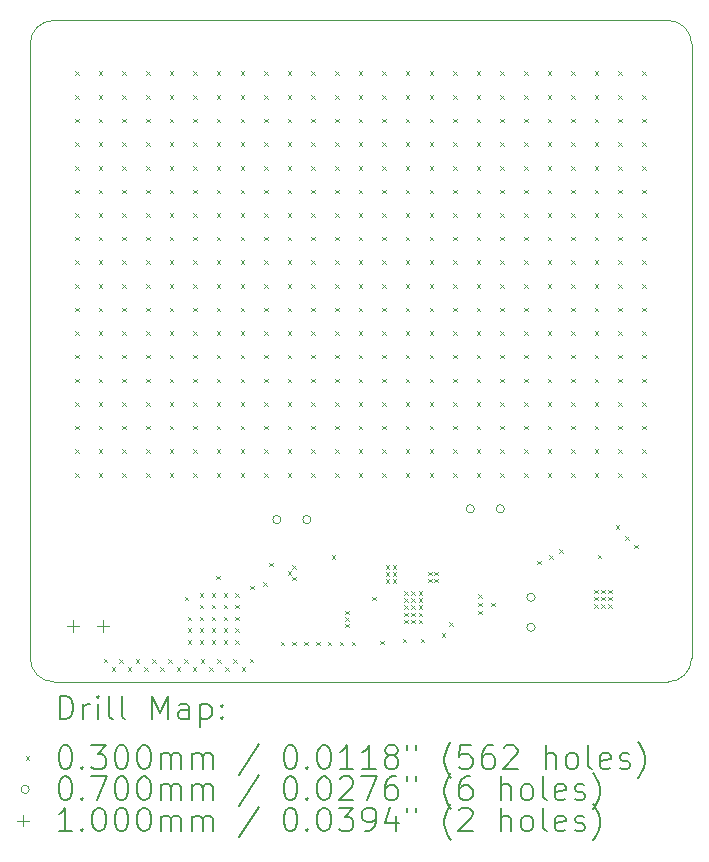
<source format=gbr>
%FSLAX45Y45*%
G04 Gerber Fmt 4.5, Leading zero omitted, Abs format (unit mm)*
G04 Created by KiCad (PCBNEW (5.99.0-12889-g70df3822b5)) date 2021-11-21 20:47:19*
%MOMM*%
%LPD*%
G01*
G04 APERTURE LIST*
%TA.AperFunction,Profile*%
%ADD10C,0.050000*%
%TD*%
%ADD11C,0.200000*%
%ADD12C,0.030000*%
%ADD13C,0.070000*%
%ADD14C,0.100000*%
G04 APERTURE END LIST*
D10*
X13361000Y-12579000D02*
X18561000Y-12579000D01*
X13161000Y-12379000D02*
X13161000Y-7179000D01*
X18761000Y-12379000D02*
X18761000Y-7179000D01*
X18561000Y-12579000D02*
G75*
G03*
X18761000Y-12379000I0J200000D01*
G01*
X13161000Y-12379000D02*
G75*
G03*
X13361000Y-12579000I200000J0D01*
G01*
X13361000Y-6979000D02*
G75*
G03*
X13161000Y-7179000I0J-200000D01*
G01*
X18761000Y-7179000D02*
G75*
G03*
X18561000Y-6979000I-200000J0D01*
G01*
X13361000Y-6979000D02*
X18561000Y-6979000D01*
D11*
D12*
X13542000Y-7412000D02*
X13572000Y-7442000D01*
X13572000Y-7412000D02*
X13542000Y-7442000D01*
X13542000Y-7612000D02*
X13572000Y-7642000D01*
X13572000Y-7612000D02*
X13542000Y-7642000D01*
X13542000Y-7812000D02*
X13572000Y-7842000D01*
X13572000Y-7812000D02*
X13542000Y-7842000D01*
X13542000Y-8012000D02*
X13572000Y-8042000D01*
X13572000Y-8012000D02*
X13542000Y-8042000D01*
X13542000Y-8212000D02*
X13572000Y-8242000D01*
X13572000Y-8212000D02*
X13542000Y-8242000D01*
X13542000Y-8412000D02*
X13572000Y-8442000D01*
X13572000Y-8412000D02*
X13542000Y-8442000D01*
X13542000Y-8612000D02*
X13572000Y-8642000D01*
X13572000Y-8612000D02*
X13542000Y-8642000D01*
X13542000Y-8812000D02*
X13572000Y-8842000D01*
X13572000Y-8812000D02*
X13542000Y-8842000D01*
X13542000Y-9012000D02*
X13572000Y-9042000D01*
X13572000Y-9012000D02*
X13542000Y-9042000D01*
X13542000Y-9212000D02*
X13572000Y-9242000D01*
X13572000Y-9212000D02*
X13542000Y-9242000D01*
X13542000Y-9412000D02*
X13572000Y-9442000D01*
X13572000Y-9412000D02*
X13542000Y-9442000D01*
X13542000Y-9612000D02*
X13572000Y-9642000D01*
X13572000Y-9612000D02*
X13542000Y-9642000D01*
X13542000Y-9812000D02*
X13572000Y-9842000D01*
X13572000Y-9812000D02*
X13542000Y-9842000D01*
X13542000Y-10012000D02*
X13572000Y-10042000D01*
X13572000Y-10012000D02*
X13542000Y-10042000D01*
X13542000Y-10212000D02*
X13572000Y-10242000D01*
X13572000Y-10212000D02*
X13542000Y-10242000D01*
X13542000Y-10412000D02*
X13572000Y-10442000D01*
X13572000Y-10412000D02*
X13542000Y-10442000D01*
X13542000Y-10612000D02*
X13572000Y-10642000D01*
X13572000Y-10612000D02*
X13542000Y-10642000D01*
X13542000Y-10812000D02*
X13572000Y-10842000D01*
X13572000Y-10812000D02*
X13542000Y-10842000D01*
X13742000Y-7412000D02*
X13772000Y-7442000D01*
X13772000Y-7412000D02*
X13742000Y-7442000D01*
X13742000Y-7612000D02*
X13772000Y-7642000D01*
X13772000Y-7612000D02*
X13742000Y-7642000D01*
X13742000Y-7812000D02*
X13772000Y-7842000D01*
X13772000Y-7812000D02*
X13742000Y-7842000D01*
X13742000Y-8012000D02*
X13772000Y-8042000D01*
X13772000Y-8012000D02*
X13742000Y-8042000D01*
X13742000Y-8212000D02*
X13772000Y-8242000D01*
X13772000Y-8212000D02*
X13742000Y-8242000D01*
X13742000Y-8412000D02*
X13772000Y-8442000D01*
X13772000Y-8412000D02*
X13742000Y-8442000D01*
X13742000Y-8612000D02*
X13772000Y-8642000D01*
X13772000Y-8612000D02*
X13742000Y-8642000D01*
X13742000Y-8812000D02*
X13772000Y-8842000D01*
X13772000Y-8812000D02*
X13742000Y-8842000D01*
X13742000Y-9012000D02*
X13772000Y-9042000D01*
X13772000Y-9012000D02*
X13742000Y-9042000D01*
X13742000Y-9212000D02*
X13772000Y-9242000D01*
X13772000Y-9212000D02*
X13742000Y-9242000D01*
X13742000Y-9412000D02*
X13772000Y-9442000D01*
X13772000Y-9412000D02*
X13742000Y-9442000D01*
X13742000Y-9612000D02*
X13772000Y-9642000D01*
X13772000Y-9612000D02*
X13742000Y-9642000D01*
X13742000Y-9812000D02*
X13772000Y-9842000D01*
X13772000Y-9812000D02*
X13742000Y-9842000D01*
X13742000Y-10012000D02*
X13772000Y-10042000D01*
X13772000Y-10012000D02*
X13742000Y-10042000D01*
X13742000Y-10212000D02*
X13772000Y-10242000D01*
X13772000Y-10212000D02*
X13742000Y-10242000D01*
X13742000Y-10412000D02*
X13772000Y-10442000D01*
X13772000Y-10412000D02*
X13742000Y-10442000D01*
X13742000Y-10612000D02*
X13772000Y-10642000D01*
X13772000Y-10612000D02*
X13742000Y-10642000D01*
X13742000Y-10812000D02*
X13772000Y-10842000D01*
X13772000Y-10812000D02*
X13742000Y-10842000D01*
X13784000Y-12385000D02*
X13814000Y-12415000D01*
X13814000Y-12385000D02*
X13784000Y-12415000D01*
X13851000Y-12457000D02*
X13881000Y-12487000D01*
X13881000Y-12457000D02*
X13851000Y-12487000D01*
X13917000Y-12387000D02*
X13947000Y-12417000D01*
X13947000Y-12387000D02*
X13917000Y-12417000D01*
X13942000Y-7412000D02*
X13972000Y-7442000D01*
X13972000Y-7412000D02*
X13942000Y-7442000D01*
X13942000Y-7612000D02*
X13972000Y-7642000D01*
X13972000Y-7612000D02*
X13942000Y-7642000D01*
X13942000Y-7812000D02*
X13972000Y-7842000D01*
X13972000Y-7812000D02*
X13942000Y-7842000D01*
X13942000Y-8012000D02*
X13972000Y-8042000D01*
X13972000Y-8012000D02*
X13942000Y-8042000D01*
X13942000Y-8212000D02*
X13972000Y-8242000D01*
X13972000Y-8212000D02*
X13942000Y-8242000D01*
X13942000Y-8412000D02*
X13972000Y-8442000D01*
X13972000Y-8412000D02*
X13942000Y-8442000D01*
X13942000Y-8612000D02*
X13972000Y-8642000D01*
X13972000Y-8612000D02*
X13942000Y-8642000D01*
X13942000Y-8812000D02*
X13972000Y-8842000D01*
X13972000Y-8812000D02*
X13942000Y-8842000D01*
X13942000Y-9012000D02*
X13972000Y-9042000D01*
X13972000Y-9012000D02*
X13942000Y-9042000D01*
X13942000Y-9212000D02*
X13972000Y-9242000D01*
X13972000Y-9212000D02*
X13942000Y-9242000D01*
X13942000Y-9412000D02*
X13972000Y-9442000D01*
X13972000Y-9412000D02*
X13942000Y-9442000D01*
X13942000Y-9612000D02*
X13972000Y-9642000D01*
X13972000Y-9612000D02*
X13942000Y-9642000D01*
X13942000Y-9812000D02*
X13972000Y-9842000D01*
X13972000Y-9812000D02*
X13942000Y-9842000D01*
X13942000Y-10012000D02*
X13972000Y-10042000D01*
X13972000Y-10012000D02*
X13942000Y-10042000D01*
X13942000Y-10212000D02*
X13972000Y-10242000D01*
X13972000Y-10212000D02*
X13942000Y-10242000D01*
X13942000Y-10412000D02*
X13972000Y-10442000D01*
X13972000Y-10412000D02*
X13942000Y-10442000D01*
X13942000Y-10612000D02*
X13972000Y-10642000D01*
X13972000Y-10612000D02*
X13942000Y-10642000D01*
X13942000Y-10812000D02*
X13972000Y-10842000D01*
X13972000Y-10812000D02*
X13942000Y-10842000D01*
X13988625Y-12457000D02*
X14018625Y-12487000D01*
X14018625Y-12457000D02*
X13988625Y-12487000D01*
X14054625Y-12387000D02*
X14084625Y-12417000D01*
X14084625Y-12387000D02*
X14054625Y-12417000D01*
X14126250Y-12457000D02*
X14156250Y-12487000D01*
X14156250Y-12457000D02*
X14126250Y-12487000D01*
X14142000Y-7412000D02*
X14172000Y-7442000D01*
X14172000Y-7412000D02*
X14142000Y-7442000D01*
X14142000Y-7612000D02*
X14172000Y-7642000D01*
X14172000Y-7612000D02*
X14142000Y-7642000D01*
X14142000Y-7812000D02*
X14172000Y-7842000D01*
X14172000Y-7812000D02*
X14142000Y-7842000D01*
X14142000Y-8012000D02*
X14172000Y-8042000D01*
X14172000Y-8012000D02*
X14142000Y-8042000D01*
X14142000Y-8212000D02*
X14172000Y-8242000D01*
X14172000Y-8212000D02*
X14142000Y-8242000D01*
X14142000Y-8412000D02*
X14172000Y-8442000D01*
X14172000Y-8412000D02*
X14142000Y-8442000D01*
X14142000Y-8612000D02*
X14172000Y-8642000D01*
X14172000Y-8612000D02*
X14142000Y-8642000D01*
X14142000Y-8812000D02*
X14172000Y-8842000D01*
X14172000Y-8812000D02*
X14142000Y-8842000D01*
X14142000Y-9012000D02*
X14172000Y-9042000D01*
X14172000Y-9012000D02*
X14142000Y-9042000D01*
X14142000Y-9212000D02*
X14172000Y-9242000D01*
X14172000Y-9212000D02*
X14142000Y-9242000D01*
X14142000Y-9412000D02*
X14172000Y-9442000D01*
X14172000Y-9412000D02*
X14142000Y-9442000D01*
X14142000Y-9612000D02*
X14172000Y-9642000D01*
X14172000Y-9612000D02*
X14142000Y-9642000D01*
X14142000Y-9812000D02*
X14172000Y-9842000D01*
X14172000Y-9812000D02*
X14142000Y-9842000D01*
X14142000Y-10012000D02*
X14172000Y-10042000D01*
X14172000Y-10012000D02*
X14142000Y-10042000D01*
X14142000Y-10212000D02*
X14172000Y-10242000D01*
X14172000Y-10212000D02*
X14142000Y-10242000D01*
X14142000Y-10412000D02*
X14172000Y-10442000D01*
X14172000Y-10412000D02*
X14142000Y-10442000D01*
X14142000Y-10612000D02*
X14172000Y-10642000D01*
X14172000Y-10612000D02*
X14142000Y-10642000D01*
X14142000Y-10812000D02*
X14172000Y-10842000D01*
X14172000Y-10812000D02*
X14142000Y-10842000D01*
X14192250Y-12387000D02*
X14222250Y-12417000D01*
X14222250Y-12387000D02*
X14192250Y-12417000D01*
X14263875Y-12457000D02*
X14293875Y-12487000D01*
X14293875Y-12457000D02*
X14263875Y-12487000D01*
X14329875Y-12387000D02*
X14359875Y-12417000D01*
X14359875Y-12387000D02*
X14329875Y-12417000D01*
X14342000Y-7412000D02*
X14372000Y-7442000D01*
X14372000Y-7412000D02*
X14342000Y-7442000D01*
X14342000Y-7612000D02*
X14372000Y-7642000D01*
X14372000Y-7612000D02*
X14342000Y-7642000D01*
X14342000Y-7812000D02*
X14372000Y-7842000D01*
X14372000Y-7812000D02*
X14342000Y-7842000D01*
X14342000Y-8012000D02*
X14372000Y-8042000D01*
X14372000Y-8012000D02*
X14342000Y-8042000D01*
X14342000Y-8212000D02*
X14372000Y-8242000D01*
X14372000Y-8212000D02*
X14342000Y-8242000D01*
X14342000Y-8412000D02*
X14372000Y-8442000D01*
X14372000Y-8412000D02*
X14342000Y-8442000D01*
X14342000Y-8612000D02*
X14372000Y-8642000D01*
X14372000Y-8612000D02*
X14342000Y-8642000D01*
X14342000Y-8812000D02*
X14372000Y-8842000D01*
X14372000Y-8812000D02*
X14342000Y-8842000D01*
X14342000Y-9012000D02*
X14372000Y-9042000D01*
X14372000Y-9012000D02*
X14342000Y-9042000D01*
X14342000Y-9212000D02*
X14372000Y-9242000D01*
X14372000Y-9212000D02*
X14342000Y-9242000D01*
X14342000Y-9412000D02*
X14372000Y-9442000D01*
X14372000Y-9412000D02*
X14342000Y-9442000D01*
X14342000Y-9612000D02*
X14372000Y-9642000D01*
X14372000Y-9612000D02*
X14342000Y-9642000D01*
X14342000Y-9812000D02*
X14372000Y-9842000D01*
X14372000Y-9812000D02*
X14342000Y-9842000D01*
X14342000Y-10012000D02*
X14372000Y-10042000D01*
X14372000Y-10012000D02*
X14342000Y-10042000D01*
X14342000Y-10212000D02*
X14372000Y-10242000D01*
X14372000Y-10212000D02*
X14342000Y-10242000D01*
X14342000Y-10412000D02*
X14372000Y-10442000D01*
X14372000Y-10412000D02*
X14342000Y-10442000D01*
X14342000Y-10612000D02*
X14372000Y-10642000D01*
X14372000Y-10612000D02*
X14342000Y-10642000D01*
X14342000Y-10812000D02*
X14372000Y-10842000D01*
X14372000Y-10812000D02*
X14342000Y-10842000D01*
X14401500Y-12457000D02*
X14431500Y-12487000D01*
X14431500Y-12457000D02*
X14401500Y-12487000D01*
X14467500Y-12387000D02*
X14497500Y-12417000D01*
X14497500Y-12387000D02*
X14467500Y-12417000D01*
X14468000Y-11861000D02*
X14498000Y-11891000D01*
X14498000Y-11861000D02*
X14468000Y-11891000D01*
X14496000Y-12028000D02*
X14526000Y-12058000D01*
X14526000Y-12028000D02*
X14496000Y-12058000D01*
X14496000Y-12128000D02*
X14526000Y-12158000D01*
X14526000Y-12128000D02*
X14496000Y-12158000D01*
X14496000Y-12227000D02*
X14526000Y-12257000D01*
X14526000Y-12227000D02*
X14496000Y-12257000D01*
X14539125Y-12457000D02*
X14569125Y-12487000D01*
X14569125Y-12457000D02*
X14539125Y-12487000D01*
X14542000Y-7412000D02*
X14572000Y-7442000D01*
X14572000Y-7412000D02*
X14542000Y-7442000D01*
X14542000Y-7612000D02*
X14572000Y-7642000D01*
X14572000Y-7612000D02*
X14542000Y-7642000D01*
X14542000Y-7812000D02*
X14572000Y-7842000D01*
X14572000Y-7812000D02*
X14542000Y-7842000D01*
X14542000Y-8012000D02*
X14572000Y-8042000D01*
X14572000Y-8012000D02*
X14542000Y-8042000D01*
X14542000Y-8212000D02*
X14572000Y-8242000D01*
X14572000Y-8212000D02*
X14542000Y-8242000D01*
X14542000Y-8412000D02*
X14572000Y-8442000D01*
X14572000Y-8412000D02*
X14542000Y-8442000D01*
X14542000Y-8612000D02*
X14572000Y-8642000D01*
X14572000Y-8612000D02*
X14542000Y-8642000D01*
X14542000Y-8812000D02*
X14572000Y-8842000D01*
X14572000Y-8812000D02*
X14542000Y-8842000D01*
X14542000Y-9012000D02*
X14572000Y-9042000D01*
X14572000Y-9012000D02*
X14542000Y-9042000D01*
X14542000Y-9212000D02*
X14572000Y-9242000D01*
X14572000Y-9212000D02*
X14542000Y-9242000D01*
X14542000Y-9412000D02*
X14572000Y-9442000D01*
X14572000Y-9412000D02*
X14542000Y-9442000D01*
X14542000Y-9612000D02*
X14572000Y-9642000D01*
X14572000Y-9612000D02*
X14542000Y-9642000D01*
X14542000Y-9812000D02*
X14572000Y-9842000D01*
X14572000Y-9812000D02*
X14542000Y-9842000D01*
X14542000Y-10012000D02*
X14572000Y-10042000D01*
X14572000Y-10012000D02*
X14542000Y-10042000D01*
X14542000Y-10212000D02*
X14572000Y-10242000D01*
X14572000Y-10212000D02*
X14542000Y-10242000D01*
X14542000Y-10412000D02*
X14572000Y-10442000D01*
X14572000Y-10412000D02*
X14542000Y-10442000D01*
X14542000Y-10612000D02*
X14572000Y-10642000D01*
X14572000Y-10612000D02*
X14542000Y-10642000D01*
X14542000Y-10812000D02*
X14572000Y-10842000D01*
X14572000Y-10812000D02*
X14542000Y-10842000D01*
X14598000Y-11828000D02*
X14628000Y-11858000D01*
X14628000Y-11828000D02*
X14598000Y-11858000D01*
X14598000Y-11928000D02*
X14628000Y-11958000D01*
X14628000Y-11928000D02*
X14598000Y-11958000D01*
X14598000Y-12028000D02*
X14628000Y-12058000D01*
X14628000Y-12028000D02*
X14598000Y-12058000D01*
X14598000Y-12128000D02*
X14628000Y-12158000D01*
X14628000Y-12128000D02*
X14598000Y-12158000D01*
X14598000Y-12227000D02*
X14628000Y-12257000D01*
X14628000Y-12227000D02*
X14598000Y-12257000D01*
X14605125Y-12387000D02*
X14635125Y-12417000D01*
X14635125Y-12387000D02*
X14605125Y-12417000D01*
X14676750Y-12457000D02*
X14706750Y-12487000D01*
X14706750Y-12457000D02*
X14676750Y-12487000D01*
X14698000Y-11828000D02*
X14728000Y-11858000D01*
X14728000Y-11828000D02*
X14698000Y-11858000D01*
X14698000Y-11928000D02*
X14728000Y-11958000D01*
X14728000Y-11928000D02*
X14698000Y-11958000D01*
X14698000Y-12028000D02*
X14728000Y-12058000D01*
X14728000Y-12028000D02*
X14698000Y-12058000D01*
X14698000Y-12128000D02*
X14728000Y-12158000D01*
X14728000Y-12128000D02*
X14698000Y-12158000D01*
X14698000Y-12227000D02*
X14728000Y-12257000D01*
X14728000Y-12227000D02*
X14698000Y-12257000D01*
X14738500Y-11682000D02*
X14768500Y-11712000D01*
X14768500Y-11682000D02*
X14738500Y-11712000D01*
X14742000Y-7412000D02*
X14772000Y-7442000D01*
X14772000Y-7412000D02*
X14742000Y-7442000D01*
X14742000Y-7612000D02*
X14772000Y-7642000D01*
X14772000Y-7612000D02*
X14742000Y-7642000D01*
X14742000Y-7812000D02*
X14772000Y-7842000D01*
X14772000Y-7812000D02*
X14742000Y-7842000D01*
X14742000Y-8012000D02*
X14772000Y-8042000D01*
X14772000Y-8012000D02*
X14742000Y-8042000D01*
X14742000Y-8212000D02*
X14772000Y-8242000D01*
X14772000Y-8212000D02*
X14742000Y-8242000D01*
X14742000Y-8412000D02*
X14772000Y-8442000D01*
X14772000Y-8412000D02*
X14742000Y-8442000D01*
X14742000Y-8612000D02*
X14772000Y-8642000D01*
X14772000Y-8612000D02*
X14742000Y-8642000D01*
X14742000Y-8812000D02*
X14772000Y-8842000D01*
X14772000Y-8812000D02*
X14742000Y-8842000D01*
X14742000Y-9012000D02*
X14772000Y-9042000D01*
X14772000Y-9012000D02*
X14742000Y-9042000D01*
X14742000Y-9212000D02*
X14772000Y-9242000D01*
X14772000Y-9212000D02*
X14742000Y-9242000D01*
X14742000Y-9412000D02*
X14772000Y-9442000D01*
X14772000Y-9412000D02*
X14742000Y-9442000D01*
X14742000Y-9612000D02*
X14772000Y-9642000D01*
X14772000Y-9612000D02*
X14742000Y-9642000D01*
X14742000Y-9812000D02*
X14772000Y-9842000D01*
X14772000Y-9812000D02*
X14742000Y-9842000D01*
X14742000Y-10012000D02*
X14772000Y-10042000D01*
X14772000Y-10012000D02*
X14742000Y-10042000D01*
X14742000Y-10212000D02*
X14772000Y-10242000D01*
X14772000Y-10212000D02*
X14742000Y-10242000D01*
X14742000Y-10412000D02*
X14772000Y-10442000D01*
X14772000Y-10412000D02*
X14742000Y-10442000D01*
X14742000Y-10612000D02*
X14772000Y-10642000D01*
X14772000Y-10612000D02*
X14742000Y-10642000D01*
X14742000Y-10812000D02*
X14772000Y-10842000D01*
X14772000Y-10812000D02*
X14742000Y-10842000D01*
X14742750Y-12387000D02*
X14772750Y-12417000D01*
X14772750Y-12387000D02*
X14742750Y-12417000D01*
X14798000Y-11828000D02*
X14828000Y-11858000D01*
X14828000Y-11828000D02*
X14798000Y-11858000D01*
X14798000Y-11928000D02*
X14828000Y-11958000D01*
X14828000Y-11928000D02*
X14798000Y-11958000D01*
X14798000Y-12028000D02*
X14828000Y-12058000D01*
X14828000Y-12028000D02*
X14798000Y-12058000D01*
X14798000Y-12128000D02*
X14828000Y-12158000D01*
X14828000Y-12128000D02*
X14798000Y-12158000D01*
X14798000Y-12227000D02*
X14828000Y-12257000D01*
X14828000Y-12227000D02*
X14798000Y-12257000D01*
X14814375Y-12457000D02*
X14844375Y-12487000D01*
X14844375Y-12457000D02*
X14814375Y-12487000D01*
X14880375Y-12387000D02*
X14910375Y-12417000D01*
X14910375Y-12387000D02*
X14880375Y-12417000D01*
X14898000Y-11828000D02*
X14928000Y-11858000D01*
X14928000Y-11828000D02*
X14898000Y-11858000D01*
X14898000Y-11928000D02*
X14928000Y-11958000D01*
X14928000Y-11928000D02*
X14898000Y-11958000D01*
X14898000Y-12028000D02*
X14928000Y-12058000D01*
X14928000Y-12028000D02*
X14898000Y-12058000D01*
X14898000Y-12128000D02*
X14928000Y-12158000D01*
X14928000Y-12128000D02*
X14898000Y-12158000D01*
X14898000Y-12227000D02*
X14928000Y-12257000D01*
X14928000Y-12227000D02*
X14898000Y-12257000D01*
X14942000Y-7412000D02*
X14972000Y-7442000D01*
X14972000Y-7412000D02*
X14942000Y-7442000D01*
X14942000Y-7612000D02*
X14972000Y-7642000D01*
X14972000Y-7612000D02*
X14942000Y-7642000D01*
X14942000Y-7812000D02*
X14972000Y-7842000D01*
X14972000Y-7812000D02*
X14942000Y-7842000D01*
X14942000Y-8012000D02*
X14972000Y-8042000D01*
X14972000Y-8012000D02*
X14942000Y-8042000D01*
X14942000Y-8212000D02*
X14972000Y-8242000D01*
X14972000Y-8212000D02*
X14942000Y-8242000D01*
X14942000Y-8412000D02*
X14972000Y-8442000D01*
X14972000Y-8412000D02*
X14942000Y-8442000D01*
X14942000Y-8612000D02*
X14972000Y-8642000D01*
X14972000Y-8612000D02*
X14942000Y-8642000D01*
X14942000Y-8812000D02*
X14972000Y-8842000D01*
X14972000Y-8812000D02*
X14942000Y-8842000D01*
X14942000Y-9012000D02*
X14972000Y-9042000D01*
X14972000Y-9012000D02*
X14942000Y-9042000D01*
X14942000Y-9212000D02*
X14972000Y-9242000D01*
X14972000Y-9212000D02*
X14942000Y-9242000D01*
X14942000Y-9412000D02*
X14972000Y-9442000D01*
X14972000Y-9412000D02*
X14942000Y-9442000D01*
X14942000Y-9612000D02*
X14972000Y-9642000D01*
X14972000Y-9612000D02*
X14942000Y-9642000D01*
X14942000Y-9812000D02*
X14972000Y-9842000D01*
X14972000Y-9812000D02*
X14942000Y-9842000D01*
X14942000Y-10012000D02*
X14972000Y-10042000D01*
X14972000Y-10012000D02*
X14942000Y-10042000D01*
X14942000Y-10212000D02*
X14972000Y-10242000D01*
X14972000Y-10212000D02*
X14942000Y-10242000D01*
X14942000Y-10412000D02*
X14972000Y-10442000D01*
X14972000Y-10412000D02*
X14942000Y-10442000D01*
X14942000Y-10612000D02*
X14972000Y-10642000D01*
X14972000Y-10612000D02*
X14942000Y-10642000D01*
X14942000Y-10812000D02*
X14972000Y-10842000D01*
X14972000Y-10812000D02*
X14942000Y-10842000D01*
X14952000Y-12454000D02*
X14982000Y-12484000D01*
X14982000Y-12454000D02*
X14952000Y-12484000D01*
X15018000Y-12384000D02*
X15048000Y-12414000D01*
X15048000Y-12384000D02*
X15018000Y-12414000D01*
X15022000Y-11767000D02*
X15052000Y-11797000D01*
X15052000Y-11767000D02*
X15022000Y-11797000D01*
X15131999Y-11736001D02*
X15161999Y-11766001D01*
X15161999Y-11736001D02*
X15131999Y-11766001D01*
X15142000Y-7412000D02*
X15172000Y-7442000D01*
X15172000Y-7412000D02*
X15142000Y-7442000D01*
X15142000Y-7612000D02*
X15172000Y-7642000D01*
X15172000Y-7612000D02*
X15142000Y-7642000D01*
X15142000Y-7812000D02*
X15172000Y-7842000D01*
X15172000Y-7812000D02*
X15142000Y-7842000D01*
X15142000Y-8012000D02*
X15172000Y-8042000D01*
X15172000Y-8012000D02*
X15142000Y-8042000D01*
X15142000Y-8212000D02*
X15172000Y-8242000D01*
X15172000Y-8212000D02*
X15142000Y-8242000D01*
X15142000Y-8412000D02*
X15172000Y-8442000D01*
X15172000Y-8412000D02*
X15142000Y-8442000D01*
X15142000Y-8612000D02*
X15172000Y-8642000D01*
X15172000Y-8612000D02*
X15142000Y-8642000D01*
X15142000Y-8812000D02*
X15172000Y-8842000D01*
X15172000Y-8812000D02*
X15142000Y-8842000D01*
X15142000Y-9012000D02*
X15172000Y-9042000D01*
X15172000Y-9012000D02*
X15142000Y-9042000D01*
X15142000Y-9212000D02*
X15172000Y-9242000D01*
X15172000Y-9212000D02*
X15142000Y-9242000D01*
X15142000Y-9412000D02*
X15172000Y-9442000D01*
X15172000Y-9412000D02*
X15142000Y-9442000D01*
X15142000Y-9612000D02*
X15172000Y-9642000D01*
X15172000Y-9612000D02*
X15142000Y-9642000D01*
X15142000Y-9812000D02*
X15172000Y-9842000D01*
X15172000Y-9812000D02*
X15142000Y-9842000D01*
X15142000Y-10012000D02*
X15172000Y-10042000D01*
X15172000Y-10012000D02*
X15142000Y-10042000D01*
X15142000Y-10212000D02*
X15172000Y-10242000D01*
X15172000Y-10212000D02*
X15142000Y-10242000D01*
X15142000Y-10412000D02*
X15172000Y-10442000D01*
X15172000Y-10412000D02*
X15142000Y-10442000D01*
X15142000Y-10612000D02*
X15172000Y-10642000D01*
X15172000Y-10612000D02*
X15142000Y-10642000D01*
X15142000Y-10812000D02*
X15172000Y-10842000D01*
X15172000Y-10812000D02*
X15142000Y-10842000D01*
X15186000Y-11572000D02*
X15216000Y-11602000D01*
X15216000Y-11572000D02*
X15186000Y-11602000D01*
X15282000Y-12239000D02*
X15312000Y-12269000D01*
X15312000Y-12239000D02*
X15282000Y-12269000D01*
X15342000Y-7412000D02*
X15372000Y-7442000D01*
X15372000Y-7412000D02*
X15342000Y-7442000D01*
X15342000Y-7612000D02*
X15372000Y-7642000D01*
X15372000Y-7612000D02*
X15342000Y-7642000D01*
X15342000Y-7812000D02*
X15372000Y-7842000D01*
X15372000Y-7812000D02*
X15342000Y-7842000D01*
X15342000Y-8012000D02*
X15372000Y-8042000D01*
X15372000Y-8012000D02*
X15342000Y-8042000D01*
X15342000Y-8212000D02*
X15372000Y-8242000D01*
X15372000Y-8212000D02*
X15342000Y-8242000D01*
X15342000Y-8412000D02*
X15372000Y-8442000D01*
X15372000Y-8412000D02*
X15342000Y-8442000D01*
X15342000Y-8612000D02*
X15372000Y-8642000D01*
X15372000Y-8612000D02*
X15342000Y-8642000D01*
X15342000Y-8812000D02*
X15372000Y-8842000D01*
X15372000Y-8812000D02*
X15342000Y-8842000D01*
X15342000Y-9012000D02*
X15372000Y-9042000D01*
X15372000Y-9012000D02*
X15342000Y-9042000D01*
X15342000Y-9212000D02*
X15372000Y-9242000D01*
X15372000Y-9212000D02*
X15342000Y-9242000D01*
X15342000Y-9412000D02*
X15372000Y-9442000D01*
X15372000Y-9412000D02*
X15342000Y-9442000D01*
X15342000Y-9612000D02*
X15372000Y-9642000D01*
X15372000Y-9612000D02*
X15342000Y-9642000D01*
X15342000Y-9812000D02*
X15372000Y-9842000D01*
X15372000Y-9812000D02*
X15342000Y-9842000D01*
X15342000Y-10012000D02*
X15372000Y-10042000D01*
X15372000Y-10012000D02*
X15342000Y-10042000D01*
X15342000Y-10212000D02*
X15372000Y-10242000D01*
X15372000Y-10212000D02*
X15342000Y-10242000D01*
X15342000Y-10412000D02*
X15372000Y-10442000D01*
X15372000Y-10412000D02*
X15342000Y-10442000D01*
X15342000Y-10612000D02*
X15372000Y-10642000D01*
X15372000Y-10612000D02*
X15342000Y-10642000D01*
X15342000Y-10812000D02*
X15372000Y-10842000D01*
X15372000Y-10812000D02*
X15342000Y-10842000D01*
X15342000Y-11641000D02*
X15372000Y-11671000D01*
X15372000Y-11641000D02*
X15342000Y-11671000D01*
X15382000Y-11591000D02*
X15412000Y-11621000D01*
X15412000Y-11591000D02*
X15382000Y-11621000D01*
X15382000Y-11691000D02*
X15412000Y-11721000D01*
X15412000Y-11691000D02*
X15382000Y-11721000D01*
X15382000Y-12239000D02*
X15412000Y-12269000D01*
X15412000Y-12239000D02*
X15382000Y-12269000D01*
X15482000Y-12239000D02*
X15512000Y-12269000D01*
X15512000Y-12239000D02*
X15482000Y-12269000D01*
X15542000Y-7412000D02*
X15572000Y-7442000D01*
X15572000Y-7412000D02*
X15542000Y-7442000D01*
X15542000Y-7612000D02*
X15572000Y-7642000D01*
X15572000Y-7612000D02*
X15542000Y-7642000D01*
X15542000Y-7812000D02*
X15572000Y-7842000D01*
X15572000Y-7812000D02*
X15542000Y-7842000D01*
X15542000Y-8012000D02*
X15572000Y-8042000D01*
X15572000Y-8012000D02*
X15542000Y-8042000D01*
X15542000Y-8212000D02*
X15572000Y-8242000D01*
X15572000Y-8212000D02*
X15542000Y-8242000D01*
X15542000Y-8412000D02*
X15572000Y-8442000D01*
X15572000Y-8412000D02*
X15542000Y-8442000D01*
X15542000Y-8612000D02*
X15572000Y-8642000D01*
X15572000Y-8612000D02*
X15542000Y-8642000D01*
X15542000Y-8812000D02*
X15572000Y-8842000D01*
X15572000Y-8812000D02*
X15542000Y-8842000D01*
X15542000Y-9012000D02*
X15572000Y-9042000D01*
X15572000Y-9012000D02*
X15542000Y-9042000D01*
X15542000Y-9212000D02*
X15572000Y-9242000D01*
X15572000Y-9212000D02*
X15542000Y-9242000D01*
X15542000Y-9412000D02*
X15572000Y-9442000D01*
X15572000Y-9412000D02*
X15542000Y-9442000D01*
X15542000Y-9612000D02*
X15572000Y-9642000D01*
X15572000Y-9612000D02*
X15542000Y-9642000D01*
X15542000Y-9812000D02*
X15572000Y-9842000D01*
X15572000Y-9812000D02*
X15542000Y-9842000D01*
X15542000Y-10012000D02*
X15572000Y-10042000D01*
X15572000Y-10012000D02*
X15542000Y-10042000D01*
X15542000Y-10212000D02*
X15572000Y-10242000D01*
X15572000Y-10212000D02*
X15542000Y-10242000D01*
X15542000Y-10412000D02*
X15572000Y-10442000D01*
X15572000Y-10412000D02*
X15542000Y-10442000D01*
X15542000Y-10612000D02*
X15572000Y-10642000D01*
X15572000Y-10612000D02*
X15542000Y-10642000D01*
X15542000Y-10812000D02*
X15572000Y-10842000D01*
X15572000Y-10812000D02*
X15542000Y-10842000D01*
X15582000Y-12239000D02*
X15612000Y-12269000D01*
X15612000Y-12239000D02*
X15582000Y-12269000D01*
X15682000Y-12239000D02*
X15712000Y-12269000D01*
X15712000Y-12239000D02*
X15682000Y-12269000D01*
X15716000Y-11509000D02*
X15746000Y-11539000D01*
X15746000Y-11509000D02*
X15716000Y-11539000D01*
X15742000Y-7412000D02*
X15772000Y-7442000D01*
X15772000Y-7412000D02*
X15742000Y-7442000D01*
X15742000Y-7612000D02*
X15772000Y-7642000D01*
X15772000Y-7612000D02*
X15742000Y-7642000D01*
X15742000Y-7812000D02*
X15772000Y-7842000D01*
X15772000Y-7812000D02*
X15742000Y-7842000D01*
X15742000Y-8012000D02*
X15772000Y-8042000D01*
X15772000Y-8012000D02*
X15742000Y-8042000D01*
X15742000Y-8212000D02*
X15772000Y-8242000D01*
X15772000Y-8212000D02*
X15742000Y-8242000D01*
X15742000Y-8412000D02*
X15772000Y-8442000D01*
X15772000Y-8412000D02*
X15742000Y-8442000D01*
X15742000Y-8612000D02*
X15772000Y-8642000D01*
X15772000Y-8612000D02*
X15742000Y-8642000D01*
X15742000Y-8812000D02*
X15772000Y-8842000D01*
X15772000Y-8812000D02*
X15742000Y-8842000D01*
X15742000Y-9012000D02*
X15772000Y-9042000D01*
X15772000Y-9012000D02*
X15742000Y-9042000D01*
X15742000Y-9212000D02*
X15772000Y-9242000D01*
X15772000Y-9212000D02*
X15742000Y-9242000D01*
X15742000Y-9412000D02*
X15772000Y-9442000D01*
X15772000Y-9412000D02*
X15742000Y-9442000D01*
X15742000Y-9612000D02*
X15772000Y-9642000D01*
X15772000Y-9612000D02*
X15742000Y-9642000D01*
X15742000Y-9812000D02*
X15772000Y-9842000D01*
X15772000Y-9812000D02*
X15742000Y-9842000D01*
X15742000Y-10012000D02*
X15772000Y-10042000D01*
X15772000Y-10012000D02*
X15742000Y-10042000D01*
X15742000Y-10212000D02*
X15772000Y-10242000D01*
X15772000Y-10212000D02*
X15742000Y-10242000D01*
X15742000Y-10412000D02*
X15772000Y-10442000D01*
X15772000Y-10412000D02*
X15742000Y-10442000D01*
X15742000Y-10612000D02*
X15772000Y-10642000D01*
X15772000Y-10612000D02*
X15742000Y-10642000D01*
X15742000Y-10812000D02*
X15772000Y-10842000D01*
X15772000Y-10812000D02*
X15742000Y-10842000D01*
X15782000Y-12239000D02*
X15812000Y-12269000D01*
X15812000Y-12239000D02*
X15782000Y-12269000D01*
X15830000Y-11976000D02*
X15860000Y-12006000D01*
X15860000Y-11976000D02*
X15830000Y-12006000D01*
X15830000Y-12032500D02*
X15860000Y-12062500D01*
X15860000Y-12032500D02*
X15830000Y-12062500D01*
X15830000Y-12089000D02*
X15860000Y-12119000D01*
X15860000Y-12089000D02*
X15830000Y-12119000D01*
X15882000Y-12239000D02*
X15912000Y-12269000D01*
X15912000Y-12239000D02*
X15882000Y-12269000D01*
X15942000Y-7412000D02*
X15972000Y-7442000D01*
X15972000Y-7412000D02*
X15942000Y-7442000D01*
X15942000Y-7612000D02*
X15972000Y-7642000D01*
X15972000Y-7612000D02*
X15942000Y-7642000D01*
X15942000Y-7812000D02*
X15972000Y-7842000D01*
X15972000Y-7812000D02*
X15942000Y-7842000D01*
X15942000Y-8012000D02*
X15972000Y-8042000D01*
X15972000Y-8012000D02*
X15942000Y-8042000D01*
X15942000Y-8212000D02*
X15972000Y-8242000D01*
X15972000Y-8212000D02*
X15942000Y-8242000D01*
X15942000Y-8412000D02*
X15972000Y-8442000D01*
X15972000Y-8412000D02*
X15942000Y-8442000D01*
X15942000Y-8612000D02*
X15972000Y-8642000D01*
X15972000Y-8612000D02*
X15942000Y-8642000D01*
X15942000Y-8812000D02*
X15972000Y-8842000D01*
X15972000Y-8812000D02*
X15942000Y-8842000D01*
X15942000Y-9012000D02*
X15972000Y-9042000D01*
X15972000Y-9012000D02*
X15942000Y-9042000D01*
X15942000Y-9212000D02*
X15972000Y-9242000D01*
X15972000Y-9212000D02*
X15942000Y-9242000D01*
X15942000Y-9412000D02*
X15972000Y-9442000D01*
X15972000Y-9412000D02*
X15942000Y-9442000D01*
X15942000Y-9612000D02*
X15972000Y-9642000D01*
X15972000Y-9612000D02*
X15942000Y-9642000D01*
X15942000Y-9812000D02*
X15972000Y-9842000D01*
X15972000Y-9812000D02*
X15942000Y-9842000D01*
X15942000Y-10012000D02*
X15972000Y-10042000D01*
X15972000Y-10012000D02*
X15942000Y-10042000D01*
X15942000Y-10212000D02*
X15972000Y-10242000D01*
X15972000Y-10212000D02*
X15942000Y-10242000D01*
X15942000Y-10412000D02*
X15972000Y-10442000D01*
X15972000Y-10412000D02*
X15942000Y-10442000D01*
X15942000Y-10612000D02*
X15972000Y-10642000D01*
X15972000Y-10612000D02*
X15942000Y-10642000D01*
X15942000Y-10812000D02*
X15972000Y-10842000D01*
X15972000Y-10812000D02*
X15942000Y-10842000D01*
X16058500Y-11859000D02*
X16088500Y-11889000D01*
X16088500Y-11859000D02*
X16058500Y-11889000D01*
X16125000Y-12231000D02*
X16155000Y-12261000D01*
X16155000Y-12231000D02*
X16125000Y-12261000D01*
X16142000Y-7412000D02*
X16172000Y-7442000D01*
X16172000Y-7412000D02*
X16142000Y-7442000D01*
X16142000Y-7612000D02*
X16172000Y-7642000D01*
X16172000Y-7612000D02*
X16142000Y-7642000D01*
X16142000Y-7812000D02*
X16172000Y-7842000D01*
X16172000Y-7812000D02*
X16142000Y-7842000D01*
X16142000Y-8012000D02*
X16172000Y-8042000D01*
X16172000Y-8012000D02*
X16142000Y-8042000D01*
X16142000Y-8212000D02*
X16172000Y-8242000D01*
X16172000Y-8212000D02*
X16142000Y-8242000D01*
X16142000Y-8412000D02*
X16172000Y-8442000D01*
X16172000Y-8412000D02*
X16142000Y-8442000D01*
X16142000Y-8612000D02*
X16172000Y-8642000D01*
X16172000Y-8612000D02*
X16142000Y-8642000D01*
X16142000Y-8812000D02*
X16172000Y-8842000D01*
X16172000Y-8812000D02*
X16142000Y-8842000D01*
X16142000Y-9012000D02*
X16172000Y-9042000D01*
X16172000Y-9012000D02*
X16142000Y-9042000D01*
X16142000Y-9212000D02*
X16172000Y-9242000D01*
X16172000Y-9212000D02*
X16142000Y-9242000D01*
X16142000Y-9412000D02*
X16172000Y-9442000D01*
X16172000Y-9412000D02*
X16142000Y-9442000D01*
X16142000Y-9612000D02*
X16172000Y-9642000D01*
X16172000Y-9612000D02*
X16142000Y-9642000D01*
X16142000Y-9812000D02*
X16172000Y-9842000D01*
X16172000Y-9812000D02*
X16142000Y-9842000D01*
X16142000Y-10012000D02*
X16172000Y-10042000D01*
X16172000Y-10012000D02*
X16142000Y-10042000D01*
X16142000Y-10212000D02*
X16172000Y-10242000D01*
X16172000Y-10212000D02*
X16142000Y-10242000D01*
X16142000Y-10412000D02*
X16172000Y-10442000D01*
X16172000Y-10412000D02*
X16142000Y-10442000D01*
X16142000Y-10612000D02*
X16172000Y-10642000D01*
X16172000Y-10612000D02*
X16142000Y-10642000D01*
X16142000Y-10812000D02*
X16172000Y-10842000D01*
X16172000Y-10812000D02*
X16142000Y-10842000D01*
X16171000Y-11591500D02*
X16201000Y-11621500D01*
X16201000Y-11591500D02*
X16171000Y-11621500D01*
X16171000Y-11651000D02*
X16201000Y-11681000D01*
X16201000Y-11651000D02*
X16171000Y-11681000D01*
X16171000Y-11710500D02*
X16201000Y-11740500D01*
X16201000Y-11710500D02*
X16171000Y-11740500D01*
X16230000Y-11591500D02*
X16260000Y-11621500D01*
X16260000Y-11591500D02*
X16230000Y-11621500D01*
X16230000Y-11651000D02*
X16260000Y-11681000D01*
X16260000Y-11651000D02*
X16230000Y-11681000D01*
X16230000Y-11710500D02*
X16260000Y-11740500D01*
X16260000Y-11710500D02*
X16230000Y-11740500D01*
X16317000Y-12216000D02*
X16347000Y-12246000D01*
X16347000Y-12216000D02*
X16317000Y-12246000D01*
X16329000Y-11813000D02*
X16359000Y-11843000D01*
X16359000Y-11813000D02*
X16329000Y-11843000D01*
X16329000Y-11873000D02*
X16359000Y-11903000D01*
X16359000Y-11873000D02*
X16329000Y-11903000D01*
X16329000Y-11933000D02*
X16359000Y-11963000D01*
X16359000Y-11933000D02*
X16329000Y-11963000D01*
X16329000Y-11993000D02*
X16359000Y-12023000D01*
X16359000Y-11993000D02*
X16329000Y-12023000D01*
X16329000Y-12053000D02*
X16359000Y-12083000D01*
X16359000Y-12053000D02*
X16329000Y-12083000D01*
X16342000Y-7412000D02*
X16372000Y-7442000D01*
X16372000Y-7412000D02*
X16342000Y-7442000D01*
X16342000Y-7612000D02*
X16372000Y-7642000D01*
X16372000Y-7612000D02*
X16342000Y-7642000D01*
X16342000Y-7812000D02*
X16372000Y-7842000D01*
X16372000Y-7812000D02*
X16342000Y-7842000D01*
X16342000Y-8012000D02*
X16372000Y-8042000D01*
X16372000Y-8012000D02*
X16342000Y-8042000D01*
X16342000Y-8212000D02*
X16372000Y-8242000D01*
X16372000Y-8212000D02*
X16342000Y-8242000D01*
X16342000Y-8412000D02*
X16372000Y-8442000D01*
X16372000Y-8412000D02*
X16342000Y-8442000D01*
X16342000Y-8612000D02*
X16372000Y-8642000D01*
X16372000Y-8612000D02*
X16342000Y-8642000D01*
X16342000Y-8812000D02*
X16372000Y-8842000D01*
X16372000Y-8812000D02*
X16342000Y-8842000D01*
X16342000Y-9012000D02*
X16372000Y-9042000D01*
X16372000Y-9012000D02*
X16342000Y-9042000D01*
X16342000Y-9212000D02*
X16372000Y-9242000D01*
X16372000Y-9212000D02*
X16342000Y-9242000D01*
X16342000Y-9412000D02*
X16372000Y-9442000D01*
X16372000Y-9412000D02*
X16342000Y-9442000D01*
X16342000Y-9612000D02*
X16372000Y-9642000D01*
X16372000Y-9612000D02*
X16342000Y-9642000D01*
X16342000Y-9812000D02*
X16372000Y-9842000D01*
X16372000Y-9812000D02*
X16342000Y-9842000D01*
X16342000Y-10012000D02*
X16372000Y-10042000D01*
X16372000Y-10012000D02*
X16342000Y-10042000D01*
X16342000Y-10212000D02*
X16372000Y-10242000D01*
X16372000Y-10212000D02*
X16342000Y-10242000D01*
X16342000Y-10412000D02*
X16372000Y-10442000D01*
X16372000Y-10412000D02*
X16342000Y-10442000D01*
X16342000Y-10612000D02*
X16372000Y-10642000D01*
X16372000Y-10612000D02*
X16342000Y-10642000D01*
X16342000Y-10812000D02*
X16372000Y-10842000D01*
X16372000Y-10812000D02*
X16342000Y-10842000D01*
X16389000Y-11813000D02*
X16419000Y-11843000D01*
X16419000Y-11813000D02*
X16389000Y-11843000D01*
X16389000Y-11873000D02*
X16419000Y-11903000D01*
X16419000Y-11873000D02*
X16389000Y-11903000D01*
X16389000Y-11933000D02*
X16419000Y-11963000D01*
X16419000Y-11933000D02*
X16389000Y-11963000D01*
X16389000Y-11993000D02*
X16419000Y-12023000D01*
X16419000Y-11993000D02*
X16389000Y-12023000D01*
X16389000Y-12053000D02*
X16419000Y-12083000D01*
X16419000Y-12053000D02*
X16389000Y-12083000D01*
X16449000Y-11813000D02*
X16479000Y-11843000D01*
X16479000Y-11813000D02*
X16449000Y-11843000D01*
X16449000Y-11873000D02*
X16479000Y-11903000D01*
X16479000Y-11873000D02*
X16449000Y-11903000D01*
X16449000Y-11933000D02*
X16479000Y-11963000D01*
X16479000Y-11933000D02*
X16449000Y-11963000D01*
X16449000Y-11993000D02*
X16479000Y-12023000D01*
X16479000Y-11993000D02*
X16449000Y-12023000D01*
X16449000Y-12053000D02*
X16479000Y-12083000D01*
X16479000Y-12053000D02*
X16449000Y-12083000D01*
X16467000Y-12216000D02*
X16497000Y-12246000D01*
X16497000Y-12216000D02*
X16467000Y-12246000D01*
X16529000Y-11647000D02*
X16559000Y-11677000D01*
X16559000Y-11647000D02*
X16529000Y-11677000D01*
X16529000Y-11707000D02*
X16559000Y-11737000D01*
X16559000Y-11707000D02*
X16529000Y-11737000D01*
X16542000Y-7412000D02*
X16572000Y-7442000D01*
X16572000Y-7412000D02*
X16542000Y-7442000D01*
X16542000Y-7612000D02*
X16572000Y-7642000D01*
X16572000Y-7612000D02*
X16542000Y-7642000D01*
X16542000Y-7812000D02*
X16572000Y-7842000D01*
X16572000Y-7812000D02*
X16542000Y-7842000D01*
X16542000Y-8012000D02*
X16572000Y-8042000D01*
X16572000Y-8012000D02*
X16542000Y-8042000D01*
X16542000Y-8212000D02*
X16572000Y-8242000D01*
X16572000Y-8212000D02*
X16542000Y-8242000D01*
X16542000Y-8412000D02*
X16572000Y-8442000D01*
X16572000Y-8412000D02*
X16542000Y-8442000D01*
X16542000Y-8612000D02*
X16572000Y-8642000D01*
X16572000Y-8612000D02*
X16542000Y-8642000D01*
X16542000Y-8812000D02*
X16572000Y-8842000D01*
X16572000Y-8812000D02*
X16542000Y-8842000D01*
X16542000Y-9012000D02*
X16572000Y-9042000D01*
X16572000Y-9012000D02*
X16542000Y-9042000D01*
X16542000Y-9212000D02*
X16572000Y-9242000D01*
X16572000Y-9212000D02*
X16542000Y-9242000D01*
X16542000Y-9412000D02*
X16572000Y-9442000D01*
X16572000Y-9412000D02*
X16542000Y-9442000D01*
X16542000Y-9612000D02*
X16572000Y-9642000D01*
X16572000Y-9612000D02*
X16542000Y-9642000D01*
X16542000Y-9812000D02*
X16572000Y-9842000D01*
X16572000Y-9812000D02*
X16542000Y-9842000D01*
X16542000Y-10012000D02*
X16572000Y-10042000D01*
X16572000Y-10012000D02*
X16542000Y-10042000D01*
X16542000Y-10212000D02*
X16572000Y-10242000D01*
X16572000Y-10212000D02*
X16542000Y-10242000D01*
X16542000Y-10412000D02*
X16572000Y-10442000D01*
X16572000Y-10412000D02*
X16542000Y-10442000D01*
X16542000Y-10612000D02*
X16572000Y-10642000D01*
X16572000Y-10612000D02*
X16542000Y-10642000D01*
X16542000Y-10812000D02*
X16572000Y-10842000D01*
X16572000Y-10812000D02*
X16542000Y-10842000D01*
X16584000Y-11647000D02*
X16614000Y-11677000D01*
X16614000Y-11647000D02*
X16584000Y-11677000D01*
X16584000Y-11707000D02*
X16614000Y-11737000D01*
X16614000Y-11707000D02*
X16584000Y-11737000D01*
X16645000Y-12166000D02*
X16675000Y-12196000D01*
X16675000Y-12166000D02*
X16645000Y-12196000D01*
X16711000Y-12075000D02*
X16741000Y-12105000D01*
X16741000Y-12075000D02*
X16711000Y-12105000D01*
X16742000Y-7412000D02*
X16772000Y-7442000D01*
X16772000Y-7412000D02*
X16742000Y-7442000D01*
X16742000Y-7612000D02*
X16772000Y-7642000D01*
X16772000Y-7612000D02*
X16742000Y-7642000D01*
X16742000Y-7812000D02*
X16772000Y-7842000D01*
X16772000Y-7812000D02*
X16742000Y-7842000D01*
X16742000Y-8012000D02*
X16772000Y-8042000D01*
X16772000Y-8012000D02*
X16742000Y-8042000D01*
X16742000Y-8212000D02*
X16772000Y-8242000D01*
X16772000Y-8212000D02*
X16742000Y-8242000D01*
X16742000Y-8412000D02*
X16772000Y-8442000D01*
X16772000Y-8412000D02*
X16742000Y-8442000D01*
X16742000Y-8612000D02*
X16772000Y-8642000D01*
X16772000Y-8612000D02*
X16742000Y-8642000D01*
X16742000Y-8812000D02*
X16772000Y-8842000D01*
X16772000Y-8812000D02*
X16742000Y-8842000D01*
X16742000Y-9012000D02*
X16772000Y-9042000D01*
X16772000Y-9012000D02*
X16742000Y-9042000D01*
X16742000Y-9212000D02*
X16772000Y-9242000D01*
X16772000Y-9212000D02*
X16742000Y-9242000D01*
X16742000Y-9412000D02*
X16772000Y-9442000D01*
X16772000Y-9412000D02*
X16742000Y-9442000D01*
X16742000Y-9612000D02*
X16772000Y-9642000D01*
X16772000Y-9612000D02*
X16742000Y-9642000D01*
X16742000Y-9812000D02*
X16772000Y-9842000D01*
X16772000Y-9812000D02*
X16742000Y-9842000D01*
X16742000Y-10012000D02*
X16772000Y-10042000D01*
X16772000Y-10012000D02*
X16742000Y-10042000D01*
X16742000Y-10212000D02*
X16772000Y-10242000D01*
X16772000Y-10212000D02*
X16742000Y-10242000D01*
X16742000Y-10412000D02*
X16772000Y-10442000D01*
X16772000Y-10412000D02*
X16742000Y-10442000D01*
X16742000Y-10612000D02*
X16772000Y-10642000D01*
X16772000Y-10612000D02*
X16742000Y-10642000D01*
X16742000Y-10812000D02*
X16772000Y-10842000D01*
X16772000Y-10812000D02*
X16742000Y-10842000D01*
X16942000Y-7412000D02*
X16972000Y-7442000D01*
X16972000Y-7412000D02*
X16942000Y-7442000D01*
X16942000Y-7612000D02*
X16972000Y-7642000D01*
X16972000Y-7612000D02*
X16942000Y-7642000D01*
X16942000Y-7812000D02*
X16972000Y-7842000D01*
X16972000Y-7812000D02*
X16942000Y-7842000D01*
X16942000Y-8012000D02*
X16972000Y-8042000D01*
X16972000Y-8012000D02*
X16942000Y-8042000D01*
X16942000Y-8212000D02*
X16972000Y-8242000D01*
X16972000Y-8212000D02*
X16942000Y-8242000D01*
X16942000Y-8412000D02*
X16972000Y-8442000D01*
X16972000Y-8412000D02*
X16942000Y-8442000D01*
X16942000Y-8612000D02*
X16972000Y-8642000D01*
X16972000Y-8612000D02*
X16942000Y-8642000D01*
X16942000Y-8812000D02*
X16972000Y-8842000D01*
X16972000Y-8812000D02*
X16942000Y-8842000D01*
X16942000Y-9012000D02*
X16972000Y-9042000D01*
X16972000Y-9012000D02*
X16942000Y-9042000D01*
X16942000Y-9212000D02*
X16972000Y-9242000D01*
X16972000Y-9212000D02*
X16942000Y-9242000D01*
X16942000Y-9412000D02*
X16972000Y-9442000D01*
X16972000Y-9412000D02*
X16942000Y-9442000D01*
X16942000Y-9612000D02*
X16972000Y-9642000D01*
X16972000Y-9612000D02*
X16942000Y-9642000D01*
X16942000Y-9812000D02*
X16972000Y-9842000D01*
X16972000Y-9812000D02*
X16942000Y-9842000D01*
X16942000Y-10012000D02*
X16972000Y-10042000D01*
X16972000Y-10012000D02*
X16942000Y-10042000D01*
X16942000Y-10212000D02*
X16972000Y-10242000D01*
X16972000Y-10212000D02*
X16942000Y-10242000D01*
X16942000Y-10412000D02*
X16972000Y-10442000D01*
X16972000Y-10412000D02*
X16942000Y-10442000D01*
X16942000Y-10612000D02*
X16972000Y-10642000D01*
X16972000Y-10612000D02*
X16942000Y-10642000D01*
X16942000Y-10812000D02*
X16972000Y-10842000D01*
X16972000Y-10812000D02*
X16942000Y-10842000D01*
X16953000Y-11837000D02*
X16983000Y-11867000D01*
X16983000Y-11837000D02*
X16953000Y-11867000D01*
X16953000Y-11908000D02*
X16983000Y-11938000D01*
X16983000Y-11908000D02*
X16953000Y-11938000D01*
X16953000Y-11979000D02*
X16983000Y-12009000D01*
X16983000Y-11979000D02*
X16953000Y-12009000D01*
X17065000Y-11909000D02*
X17095000Y-11939000D01*
X17095000Y-11909000D02*
X17065000Y-11939000D01*
X17142000Y-7412000D02*
X17172000Y-7442000D01*
X17172000Y-7412000D02*
X17142000Y-7442000D01*
X17142000Y-7612000D02*
X17172000Y-7642000D01*
X17172000Y-7612000D02*
X17142000Y-7642000D01*
X17142000Y-7812000D02*
X17172000Y-7842000D01*
X17172000Y-7812000D02*
X17142000Y-7842000D01*
X17142000Y-8012000D02*
X17172000Y-8042000D01*
X17172000Y-8012000D02*
X17142000Y-8042000D01*
X17142000Y-8212000D02*
X17172000Y-8242000D01*
X17172000Y-8212000D02*
X17142000Y-8242000D01*
X17142000Y-8412000D02*
X17172000Y-8442000D01*
X17172000Y-8412000D02*
X17142000Y-8442000D01*
X17142000Y-8612000D02*
X17172000Y-8642000D01*
X17172000Y-8612000D02*
X17142000Y-8642000D01*
X17142000Y-8812000D02*
X17172000Y-8842000D01*
X17172000Y-8812000D02*
X17142000Y-8842000D01*
X17142000Y-9012000D02*
X17172000Y-9042000D01*
X17172000Y-9012000D02*
X17142000Y-9042000D01*
X17142000Y-9212000D02*
X17172000Y-9242000D01*
X17172000Y-9212000D02*
X17142000Y-9242000D01*
X17142000Y-9412000D02*
X17172000Y-9442000D01*
X17172000Y-9412000D02*
X17142000Y-9442000D01*
X17142000Y-9612000D02*
X17172000Y-9642000D01*
X17172000Y-9612000D02*
X17142000Y-9642000D01*
X17142000Y-9812000D02*
X17172000Y-9842000D01*
X17172000Y-9812000D02*
X17142000Y-9842000D01*
X17142000Y-10012000D02*
X17172000Y-10042000D01*
X17172000Y-10012000D02*
X17142000Y-10042000D01*
X17142000Y-10212000D02*
X17172000Y-10242000D01*
X17172000Y-10212000D02*
X17142000Y-10242000D01*
X17142000Y-10412000D02*
X17172000Y-10442000D01*
X17172000Y-10412000D02*
X17142000Y-10442000D01*
X17142000Y-10612000D02*
X17172000Y-10642000D01*
X17172000Y-10612000D02*
X17142000Y-10642000D01*
X17142000Y-10812000D02*
X17172000Y-10842000D01*
X17172000Y-10812000D02*
X17142000Y-10842000D01*
X17342000Y-7412000D02*
X17372000Y-7442000D01*
X17372000Y-7412000D02*
X17342000Y-7442000D01*
X17342000Y-7612000D02*
X17372000Y-7642000D01*
X17372000Y-7612000D02*
X17342000Y-7642000D01*
X17342000Y-7812000D02*
X17372000Y-7842000D01*
X17372000Y-7812000D02*
X17342000Y-7842000D01*
X17342000Y-8012000D02*
X17372000Y-8042000D01*
X17372000Y-8012000D02*
X17342000Y-8042000D01*
X17342000Y-8212000D02*
X17372000Y-8242000D01*
X17372000Y-8212000D02*
X17342000Y-8242000D01*
X17342000Y-8412000D02*
X17372000Y-8442000D01*
X17372000Y-8412000D02*
X17342000Y-8442000D01*
X17342000Y-8612000D02*
X17372000Y-8642000D01*
X17372000Y-8612000D02*
X17342000Y-8642000D01*
X17342000Y-8812000D02*
X17372000Y-8842000D01*
X17372000Y-8812000D02*
X17342000Y-8842000D01*
X17342000Y-9012000D02*
X17372000Y-9042000D01*
X17372000Y-9012000D02*
X17342000Y-9042000D01*
X17342000Y-9212000D02*
X17372000Y-9242000D01*
X17372000Y-9212000D02*
X17342000Y-9242000D01*
X17342000Y-9412000D02*
X17372000Y-9442000D01*
X17372000Y-9412000D02*
X17342000Y-9442000D01*
X17342000Y-9612000D02*
X17372000Y-9642000D01*
X17372000Y-9612000D02*
X17342000Y-9642000D01*
X17342000Y-9812000D02*
X17372000Y-9842000D01*
X17372000Y-9812000D02*
X17342000Y-9842000D01*
X17342000Y-10012000D02*
X17372000Y-10042000D01*
X17372000Y-10012000D02*
X17342000Y-10042000D01*
X17342000Y-10212000D02*
X17372000Y-10242000D01*
X17372000Y-10212000D02*
X17342000Y-10242000D01*
X17342000Y-10412000D02*
X17372000Y-10442000D01*
X17372000Y-10412000D02*
X17342000Y-10442000D01*
X17342000Y-10612000D02*
X17372000Y-10642000D01*
X17372000Y-10612000D02*
X17342000Y-10642000D01*
X17342000Y-10812000D02*
X17372000Y-10842000D01*
X17372000Y-10812000D02*
X17342000Y-10842000D01*
X17456000Y-11556000D02*
X17486000Y-11586000D01*
X17486000Y-11556000D02*
X17456000Y-11586000D01*
X17542000Y-7412000D02*
X17572000Y-7442000D01*
X17572000Y-7412000D02*
X17542000Y-7442000D01*
X17542000Y-7612000D02*
X17572000Y-7642000D01*
X17572000Y-7612000D02*
X17542000Y-7642000D01*
X17542000Y-7812000D02*
X17572000Y-7842000D01*
X17572000Y-7812000D02*
X17542000Y-7842000D01*
X17542000Y-8012000D02*
X17572000Y-8042000D01*
X17572000Y-8012000D02*
X17542000Y-8042000D01*
X17542000Y-8212000D02*
X17572000Y-8242000D01*
X17572000Y-8212000D02*
X17542000Y-8242000D01*
X17542000Y-8412000D02*
X17572000Y-8442000D01*
X17572000Y-8412000D02*
X17542000Y-8442000D01*
X17542000Y-8612000D02*
X17572000Y-8642000D01*
X17572000Y-8612000D02*
X17542000Y-8642000D01*
X17542000Y-8812000D02*
X17572000Y-8842000D01*
X17572000Y-8812000D02*
X17542000Y-8842000D01*
X17542000Y-9012000D02*
X17572000Y-9042000D01*
X17572000Y-9012000D02*
X17542000Y-9042000D01*
X17542000Y-9212000D02*
X17572000Y-9242000D01*
X17572000Y-9212000D02*
X17542000Y-9242000D01*
X17542000Y-9412000D02*
X17572000Y-9442000D01*
X17572000Y-9412000D02*
X17542000Y-9442000D01*
X17542000Y-9612000D02*
X17572000Y-9642000D01*
X17572000Y-9612000D02*
X17542000Y-9642000D01*
X17542000Y-9812000D02*
X17572000Y-9842000D01*
X17572000Y-9812000D02*
X17542000Y-9842000D01*
X17542000Y-10012000D02*
X17572000Y-10042000D01*
X17572000Y-10012000D02*
X17542000Y-10042000D01*
X17542000Y-10212000D02*
X17572000Y-10242000D01*
X17572000Y-10212000D02*
X17542000Y-10242000D01*
X17542000Y-10412000D02*
X17572000Y-10442000D01*
X17572000Y-10412000D02*
X17542000Y-10442000D01*
X17542000Y-10612000D02*
X17572000Y-10642000D01*
X17572000Y-10612000D02*
X17542000Y-10642000D01*
X17542000Y-10812000D02*
X17572000Y-10842000D01*
X17572000Y-10812000D02*
X17542000Y-10842000D01*
X17555000Y-11506000D02*
X17585000Y-11536000D01*
X17585000Y-11506000D02*
X17555000Y-11536000D01*
X17639000Y-11456000D02*
X17669000Y-11486000D01*
X17669000Y-11456000D02*
X17639000Y-11486000D01*
X17742000Y-7412000D02*
X17772000Y-7442000D01*
X17772000Y-7412000D02*
X17742000Y-7442000D01*
X17742000Y-7612000D02*
X17772000Y-7642000D01*
X17772000Y-7612000D02*
X17742000Y-7642000D01*
X17742000Y-7812000D02*
X17772000Y-7842000D01*
X17772000Y-7812000D02*
X17742000Y-7842000D01*
X17742000Y-8012000D02*
X17772000Y-8042000D01*
X17772000Y-8012000D02*
X17742000Y-8042000D01*
X17742000Y-8212000D02*
X17772000Y-8242000D01*
X17772000Y-8212000D02*
X17742000Y-8242000D01*
X17742000Y-8412000D02*
X17772000Y-8442000D01*
X17772000Y-8412000D02*
X17742000Y-8442000D01*
X17742000Y-8612000D02*
X17772000Y-8642000D01*
X17772000Y-8612000D02*
X17742000Y-8642000D01*
X17742000Y-8812000D02*
X17772000Y-8842000D01*
X17772000Y-8812000D02*
X17742000Y-8842000D01*
X17742000Y-9012000D02*
X17772000Y-9042000D01*
X17772000Y-9012000D02*
X17742000Y-9042000D01*
X17742000Y-9212000D02*
X17772000Y-9242000D01*
X17772000Y-9212000D02*
X17742000Y-9242000D01*
X17742000Y-9412000D02*
X17772000Y-9442000D01*
X17772000Y-9412000D02*
X17742000Y-9442000D01*
X17742000Y-9612000D02*
X17772000Y-9642000D01*
X17772000Y-9612000D02*
X17742000Y-9642000D01*
X17742000Y-9812000D02*
X17772000Y-9842000D01*
X17772000Y-9812000D02*
X17742000Y-9842000D01*
X17742000Y-10012000D02*
X17772000Y-10042000D01*
X17772000Y-10012000D02*
X17742000Y-10042000D01*
X17742000Y-10212000D02*
X17772000Y-10242000D01*
X17772000Y-10212000D02*
X17742000Y-10242000D01*
X17742000Y-10412000D02*
X17772000Y-10442000D01*
X17772000Y-10412000D02*
X17742000Y-10442000D01*
X17742000Y-10612000D02*
X17772000Y-10642000D01*
X17772000Y-10612000D02*
X17742000Y-10642000D01*
X17742000Y-10812000D02*
X17772000Y-10842000D01*
X17772000Y-10812000D02*
X17742000Y-10842000D01*
X17935000Y-11801000D02*
X17965000Y-11831000D01*
X17965000Y-11801000D02*
X17935000Y-11831000D01*
X17935000Y-11861000D02*
X17965000Y-11891000D01*
X17965000Y-11861000D02*
X17935000Y-11891000D01*
X17935000Y-11921000D02*
X17965000Y-11951000D01*
X17965000Y-11921000D02*
X17935000Y-11951000D01*
X17942000Y-7412000D02*
X17972000Y-7442000D01*
X17972000Y-7412000D02*
X17942000Y-7442000D01*
X17942000Y-7612000D02*
X17972000Y-7642000D01*
X17972000Y-7612000D02*
X17942000Y-7642000D01*
X17942000Y-7812000D02*
X17972000Y-7842000D01*
X17972000Y-7812000D02*
X17942000Y-7842000D01*
X17942000Y-8012000D02*
X17972000Y-8042000D01*
X17972000Y-8012000D02*
X17942000Y-8042000D01*
X17942000Y-8212000D02*
X17972000Y-8242000D01*
X17972000Y-8212000D02*
X17942000Y-8242000D01*
X17942000Y-8412000D02*
X17972000Y-8442000D01*
X17972000Y-8412000D02*
X17942000Y-8442000D01*
X17942000Y-8612000D02*
X17972000Y-8642000D01*
X17972000Y-8612000D02*
X17942000Y-8642000D01*
X17942000Y-8812000D02*
X17972000Y-8842000D01*
X17972000Y-8812000D02*
X17942000Y-8842000D01*
X17942000Y-9012000D02*
X17972000Y-9042000D01*
X17972000Y-9012000D02*
X17942000Y-9042000D01*
X17942000Y-9212000D02*
X17972000Y-9242000D01*
X17972000Y-9212000D02*
X17942000Y-9242000D01*
X17942000Y-9412000D02*
X17972000Y-9442000D01*
X17972000Y-9412000D02*
X17942000Y-9442000D01*
X17942000Y-9612000D02*
X17972000Y-9642000D01*
X17972000Y-9612000D02*
X17942000Y-9642000D01*
X17942000Y-9812000D02*
X17972000Y-9842000D01*
X17972000Y-9812000D02*
X17942000Y-9842000D01*
X17942000Y-10012000D02*
X17972000Y-10042000D01*
X17972000Y-10012000D02*
X17942000Y-10042000D01*
X17942000Y-10212000D02*
X17972000Y-10242000D01*
X17972000Y-10212000D02*
X17942000Y-10242000D01*
X17942000Y-10412000D02*
X17972000Y-10442000D01*
X17972000Y-10412000D02*
X17942000Y-10442000D01*
X17942000Y-10612000D02*
X17972000Y-10642000D01*
X17972000Y-10612000D02*
X17942000Y-10642000D01*
X17942000Y-10812000D02*
X17972000Y-10842000D01*
X17972000Y-10812000D02*
X17942000Y-10842000D01*
X17967000Y-11502000D02*
X17997000Y-11532000D01*
X17997000Y-11502000D02*
X17967000Y-11532000D01*
X17995000Y-11801000D02*
X18025000Y-11831000D01*
X18025000Y-11801000D02*
X17995000Y-11831000D01*
X17995000Y-11861000D02*
X18025000Y-11891000D01*
X18025000Y-11861000D02*
X17995000Y-11891000D01*
X17995000Y-11921000D02*
X18025000Y-11951000D01*
X18025000Y-11921000D02*
X17995000Y-11951000D01*
X18055000Y-11801000D02*
X18085000Y-11831000D01*
X18085000Y-11801000D02*
X18055000Y-11831000D01*
X18055000Y-11861000D02*
X18085000Y-11891000D01*
X18085000Y-11861000D02*
X18055000Y-11891000D01*
X18055000Y-11921000D02*
X18085000Y-11951000D01*
X18085000Y-11921000D02*
X18055000Y-11951000D01*
X18120000Y-11256000D02*
X18150000Y-11286000D01*
X18150000Y-11256000D02*
X18120000Y-11286000D01*
X18142000Y-7412000D02*
X18172000Y-7442000D01*
X18172000Y-7412000D02*
X18142000Y-7442000D01*
X18142000Y-7612000D02*
X18172000Y-7642000D01*
X18172000Y-7612000D02*
X18142000Y-7642000D01*
X18142000Y-7812000D02*
X18172000Y-7842000D01*
X18172000Y-7812000D02*
X18142000Y-7842000D01*
X18142000Y-8012000D02*
X18172000Y-8042000D01*
X18172000Y-8012000D02*
X18142000Y-8042000D01*
X18142000Y-8212000D02*
X18172000Y-8242000D01*
X18172000Y-8212000D02*
X18142000Y-8242000D01*
X18142000Y-8412000D02*
X18172000Y-8442000D01*
X18172000Y-8412000D02*
X18142000Y-8442000D01*
X18142000Y-8612000D02*
X18172000Y-8642000D01*
X18172000Y-8612000D02*
X18142000Y-8642000D01*
X18142000Y-8812000D02*
X18172000Y-8842000D01*
X18172000Y-8812000D02*
X18142000Y-8842000D01*
X18142000Y-9012000D02*
X18172000Y-9042000D01*
X18172000Y-9012000D02*
X18142000Y-9042000D01*
X18142000Y-9212000D02*
X18172000Y-9242000D01*
X18172000Y-9212000D02*
X18142000Y-9242000D01*
X18142000Y-9412000D02*
X18172000Y-9442000D01*
X18172000Y-9412000D02*
X18142000Y-9442000D01*
X18142000Y-9612000D02*
X18172000Y-9642000D01*
X18172000Y-9612000D02*
X18142000Y-9642000D01*
X18142000Y-9812000D02*
X18172000Y-9842000D01*
X18172000Y-9812000D02*
X18142000Y-9842000D01*
X18142000Y-10012000D02*
X18172000Y-10042000D01*
X18172000Y-10012000D02*
X18142000Y-10042000D01*
X18142000Y-10212000D02*
X18172000Y-10242000D01*
X18172000Y-10212000D02*
X18142000Y-10242000D01*
X18142000Y-10412000D02*
X18172000Y-10442000D01*
X18172000Y-10412000D02*
X18142000Y-10442000D01*
X18142000Y-10612000D02*
X18172000Y-10642000D01*
X18172000Y-10612000D02*
X18142000Y-10642000D01*
X18142000Y-10812000D02*
X18172000Y-10842000D01*
X18172000Y-10812000D02*
X18142000Y-10842000D01*
X18199000Y-11349000D02*
X18229000Y-11379000D01*
X18229000Y-11349000D02*
X18199000Y-11379000D01*
X18277000Y-11418000D02*
X18307000Y-11448000D01*
X18307000Y-11418000D02*
X18277000Y-11448000D01*
X18342000Y-7412000D02*
X18372000Y-7442000D01*
X18372000Y-7412000D02*
X18342000Y-7442000D01*
X18342000Y-7612000D02*
X18372000Y-7642000D01*
X18372000Y-7612000D02*
X18342000Y-7642000D01*
X18342000Y-7812000D02*
X18372000Y-7842000D01*
X18372000Y-7812000D02*
X18342000Y-7842000D01*
X18342000Y-8012000D02*
X18372000Y-8042000D01*
X18372000Y-8012000D02*
X18342000Y-8042000D01*
X18342000Y-8212000D02*
X18372000Y-8242000D01*
X18372000Y-8212000D02*
X18342000Y-8242000D01*
X18342000Y-8412000D02*
X18372000Y-8442000D01*
X18372000Y-8412000D02*
X18342000Y-8442000D01*
X18342000Y-8612000D02*
X18372000Y-8642000D01*
X18372000Y-8612000D02*
X18342000Y-8642000D01*
X18342000Y-8812000D02*
X18372000Y-8842000D01*
X18372000Y-8812000D02*
X18342000Y-8842000D01*
X18342000Y-9012000D02*
X18372000Y-9042000D01*
X18372000Y-9012000D02*
X18342000Y-9042000D01*
X18342000Y-9212000D02*
X18372000Y-9242000D01*
X18372000Y-9212000D02*
X18342000Y-9242000D01*
X18342000Y-9412000D02*
X18372000Y-9442000D01*
X18372000Y-9412000D02*
X18342000Y-9442000D01*
X18342000Y-9612000D02*
X18372000Y-9642000D01*
X18372000Y-9612000D02*
X18342000Y-9642000D01*
X18342000Y-9812000D02*
X18372000Y-9842000D01*
X18372000Y-9812000D02*
X18342000Y-9842000D01*
X18342000Y-10012000D02*
X18372000Y-10042000D01*
X18372000Y-10012000D02*
X18342000Y-10042000D01*
X18342000Y-10212000D02*
X18372000Y-10242000D01*
X18372000Y-10212000D02*
X18342000Y-10242000D01*
X18342000Y-10412000D02*
X18372000Y-10442000D01*
X18372000Y-10412000D02*
X18342000Y-10442000D01*
X18342000Y-10612000D02*
X18372000Y-10642000D01*
X18372000Y-10612000D02*
X18342000Y-10642000D01*
X18342000Y-10812000D02*
X18372000Y-10842000D01*
X18372000Y-10812000D02*
X18342000Y-10842000D01*
D13*
X15284000Y-11206000D02*
G75*
G03*
X15284000Y-11206000I-35000J0D01*
G01*
X15538000Y-11206000D02*
G75*
G03*
X15538000Y-11206000I-35000J0D01*
G01*
X16922000Y-11114000D02*
G75*
G03*
X16922000Y-11114000I-35000J0D01*
G01*
X17176000Y-11114000D02*
G75*
G03*
X17176000Y-11114000I-35000J0D01*
G01*
X17436000Y-11864000D02*
G75*
G03*
X17436000Y-11864000I-35000J0D01*
G01*
X17436000Y-12118000D02*
G75*
G03*
X17436000Y-12118000I-35000J0D01*
G01*
D14*
X13525000Y-12059000D02*
X13525000Y-12159000D01*
X13475000Y-12109000D02*
X13575000Y-12109000D01*
X13779000Y-12059000D02*
X13779000Y-12159000D01*
X13729000Y-12109000D02*
X13829000Y-12109000D01*
D11*
X13411119Y-12896976D02*
X13411119Y-12696976D01*
X13458738Y-12696976D01*
X13487309Y-12706500D01*
X13506357Y-12725548D01*
X13515881Y-12744595D01*
X13525405Y-12782690D01*
X13525405Y-12811262D01*
X13515881Y-12849357D01*
X13506357Y-12868405D01*
X13487309Y-12887452D01*
X13458738Y-12896976D01*
X13411119Y-12896976D01*
X13611119Y-12896976D02*
X13611119Y-12763643D01*
X13611119Y-12801738D02*
X13620643Y-12782690D01*
X13630167Y-12773167D01*
X13649214Y-12763643D01*
X13668262Y-12763643D01*
X13734928Y-12896976D02*
X13734928Y-12763643D01*
X13734928Y-12696976D02*
X13725405Y-12706500D01*
X13734928Y-12716024D01*
X13744452Y-12706500D01*
X13734928Y-12696976D01*
X13734928Y-12716024D01*
X13858738Y-12896976D02*
X13839690Y-12887452D01*
X13830167Y-12868405D01*
X13830167Y-12696976D01*
X13963500Y-12896976D02*
X13944452Y-12887452D01*
X13934928Y-12868405D01*
X13934928Y-12696976D01*
X14192071Y-12896976D02*
X14192071Y-12696976D01*
X14258738Y-12839833D01*
X14325405Y-12696976D01*
X14325405Y-12896976D01*
X14506357Y-12896976D02*
X14506357Y-12792214D01*
X14496833Y-12773167D01*
X14477786Y-12763643D01*
X14439690Y-12763643D01*
X14420643Y-12773167D01*
X14506357Y-12887452D02*
X14487309Y-12896976D01*
X14439690Y-12896976D01*
X14420643Y-12887452D01*
X14411119Y-12868405D01*
X14411119Y-12849357D01*
X14420643Y-12830310D01*
X14439690Y-12820786D01*
X14487309Y-12820786D01*
X14506357Y-12811262D01*
X14601595Y-12763643D02*
X14601595Y-12963643D01*
X14601595Y-12773167D02*
X14620643Y-12763643D01*
X14658738Y-12763643D01*
X14677786Y-12773167D01*
X14687309Y-12782690D01*
X14696833Y-12801738D01*
X14696833Y-12858881D01*
X14687309Y-12877929D01*
X14677786Y-12887452D01*
X14658738Y-12896976D01*
X14620643Y-12896976D01*
X14601595Y-12887452D01*
X14782548Y-12877929D02*
X14792071Y-12887452D01*
X14782548Y-12896976D01*
X14773024Y-12887452D01*
X14782548Y-12877929D01*
X14782548Y-12896976D01*
X14782548Y-12773167D02*
X14792071Y-12782690D01*
X14782548Y-12792214D01*
X14773024Y-12782690D01*
X14782548Y-12773167D01*
X14782548Y-12792214D01*
D12*
X13123500Y-13211500D02*
X13153500Y-13241500D01*
X13153500Y-13211500D02*
X13123500Y-13241500D01*
D11*
X13449214Y-13116976D02*
X13468262Y-13116976D01*
X13487309Y-13126500D01*
X13496833Y-13136024D01*
X13506357Y-13155071D01*
X13515881Y-13193167D01*
X13515881Y-13240786D01*
X13506357Y-13278881D01*
X13496833Y-13297929D01*
X13487309Y-13307452D01*
X13468262Y-13316976D01*
X13449214Y-13316976D01*
X13430167Y-13307452D01*
X13420643Y-13297929D01*
X13411119Y-13278881D01*
X13401595Y-13240786D01*
X13401595Y-13193167D01*
X13411119Y-13155071D01*
X13420643Y-13136024D01*
X13430167Y-13126500D01*
X13449214Y-13116976D01*
X13601595Y-13297929D02*
X13611119Y-13307452D01*
X13601595Y-13316976D01*
X13592071Y-13307452D01*
X13601595Y-13297929D01*
X13601595Y-13316976D01*
X13677786Y-13116976D02*
X13801595Y-13116976D01*
X13734928Y-13193167D01*
X13763500Y-13193167D01*
X13782548Y-13202690D01*
X13792071Y-13212214D01*
X13801595Y-13231262D01*
X13801595Y-13278881D01*
X13792071Y-13297929D01*
X13782548Y-13307452D01*
X13763500Y-13316976D01*
X13706357Y-13316976D01*
X13687309Y-13307452D01*
X13677786Y-13297929D01*
X13925405Y-13116976D02*
X13944452Y-13116976D01*
X13963500Y-13126500D01*
X13973024Y-13136024D01*
X13982548Y-13155071D01*
X13992071Y-13193167D01*
X13992071Y-13240786D01*
X13982548Y-13278881D01*
X13973024Y-13297929D01*
X13963500Y-13307452D01*
X13944452Y-13316976D01*
X13925405Y-13316976D01*
X13906357Y-13307452D01*
X13896833Y-13297929D01*
X13887309Y-13278881D01*
X13877786Y-13240786D01*
X13877786Y-13193167D01*
X13887309Y-13155071D01*
X13896833Y-13136024D01*
X13906357Y-13126500D01*
X13925405Y-13116976D01*
X14115881Y-13116976D02*
X14134928Y-13116976D01*
X14153976Y-13126500D01*
X14163500Y-13136024D01*
X14173024Y-13155071D01*
X14182548Y-13193167D01*
X14182548Y-13240786D01*
X14173024Y-13278881D01*
X14163500Y-13297929D01*
X14153976Y-13307452D01*
X14134928Y-13316976D01*
X14115881Y-13316976D01*
X14096833Y-13307452D01*
X14087309Y-13297929D01*
X14077786Y-13278881D01*
X14068262Y-13240786D01*
X14068262Y-13193167D01*
X14077786Y-13155071D01*
X14087309Y-13136024D01*
X14096833Y-13126500D01*
X14115881Y-13116976D01*
X14268262Y-13316976D02*
X14268262Y-13183643D01*
X14268262Y-13202690D02*
X14277786Y-13193167D01*
X14296833Y-13183643D01*
X14325405Y-13183643D01*
X14344452Y-13193167D01*
X14353976Y-13212214D01*
X14353976Y-13316976D01*
X14353976Y-13212214D02*
X14363500Y-13193167D01*
X14382548Y-13183643D01*
X14411119Y-13183643D01*
X14430167Y-13193167D01*
X14439690Y-13212214D01*
X14439690Y-13316976D01*
X14534928Y-13316976D02*
X14534928Y-13183643D01*
X14534928Y-13202690D02*
X14544452Y-13193167D01*
X14563500Y-13183643D01*
X14592071Y-13183643D01*
X14611119Y-13193167D01*
X14620643Y-13212214D01*
X14620643Y-13316976D01*
X14620643Y-13212214D02*
X14630167Y-13193167D01*
X14649214Y-13183643D01*
X14677786Y-13183643D01*
X14696833Y-13193167D01*
X14706357Y-13212214D01*
X14706357Y-13316976D01*
X15096833Y-13107452D02*
X14925405Y-13364595D01*
X15353976Y-13116976D02*
X15373024Y-13116976D01*
X15392071Y-13126500D01*
X15401595Y-13136024D01*
X15411119Y-13155071D01*
X15420643Y-13193167D01*
X15420643Y-13240786D01*
X15411119Y-13278881D01*
X15401595Y-13297929D01*
X15392071Y-13307452D01*
X15373024Y-13316976D01*
X15353976Y-13316976D01*
X15334928Y-13307452D01*
X15325405Y-13297929D01*
X15315881Y-13278881D01*
X15306357Y-13240786D01*
X15306357Y-13193167D01*
X15315881Y-13155071D01*
X15325405Y-13136024D01*
X15334928Y-13126500D01*
X15353976Y-13116976D01*
X15506357Y-13297929D02*
X15515881Y-13307452D01*
X15506357Y-13316976D01*
X15496833Y-13307452D01*
X15506357Y-13297929D01*
X15506357Y-13316976D01*
X15639690Y-13116976D02*
X15658738Y-13116976D01*
X15677786Y-13126500D01*
X15687309Y-13136024D01*
X15696833Y-13155071D01*
X15706357Y-13193167D01*
X15706357Y-13240786D01*
X15696833Y-13278881D01*
X15687309Y-13297929D01*
X15677786Y-13307452D01*
X15658738Y-13316976D01*
X15639690Y-13316976D01*
X15620643Y-13307452D01*
X15611119Y-13297929D01*
X15601595Y-13278881D01*
X15592071Y-13240786D01*
X15592071Y-13193167D01*
X15601595Y-13155071D01*
X15611119Y-13136024D01*
X15620643Y-13126500D01*
X15639690Y-13116976D01*
X15896833Y-13316976D02*
X15782548Y-13316976D01*
X15839690Y-13316976D02*
X15839690Y-13116976D01*
X15820643Y-13145548D01*
X15801595Y-13164595D01*
X15782548Y-13174119D01*
X16087309Y-13316976D02*
X15973024Y-13316976D01*
X16030167Y-13316976D02*
X16030167Y-13116976D01*
X16011119Y-13145548D01*
X15992071Y-13164595D01*
X15973024Y-13174119D01*
X16201595Y-13202690D02*
X16182548Y-13193167D01*
X16173024Y-13183643D01*
X16163500Y-13164595D01*
X16163500Y-13155071D01*
X16173024Y-13136024D01*
X16182548Y-13126500D01*
X16201595Y-13116976D01*
X16239690Y-13116976D01*
X16258738Y-13126500D01*
X16268262Y-13136024D01*
X16277786Y-13155071D01*
X16277786Y-13164595D01*
X16268262Y-13183643D01*
X16258738Y-13193167D01*
X16239690Y-13202690D01*
X16201595Y-13202690D01*
X16182548Y-13212214D01*
X16173024Y-13221738D01*
X16163500Y-13240786D01*
X16163500Y-13278881D01*
X16173024Y-13297929D01*
X16182548Y-13307452D01*
X16201595Y-13316976D01*
X16239690Y-13316976D01*
X16258738Y-13307452D01*
X16268262Y-13297929D01*
X16277786Y-13278881D01*
X16277786Y-13240786D01*
X16268262Y-13221738D01*
X16258738Y-13212214D01*
X16239690Y-13202690D01*
X16353976Y-13116976D02*
X16353976Y-13155071D01*
X16430167Y-13116976D02*
X16430167Y-13155071D01*
X16725405Y-13393167D02*
X16715881Y-13383643D01*
X16696833Y-13355071D01*
X16687309Y-13336024D01*
X16677786Y-13307452D01*
X16668262Y-13259833D01*
X16668262Y-13221738D01*
X16677786Y-13174119D01*
X16687309Y-13145548D01*
X16696833Y-13126500D01*
X16715881Y-13097929D01*
X16725405Y-13088405D01*
X16896833Y-13116976D02*
X16801595Y-13116976D01*
X16792071Y-13212214D01*
X16801595Y-13202690D01*
X16820643Y-13193167D01*
X16868262Y-13193167D01*
X16887310Y-13202690D01*
X16896833Y-13212214D01*
X16906357Y-13231262D01*
X16906357Y-13278881D01*
X16896833Y-13297929D01*
X16887310Y-13307452D01*
X16868262Y-13316976D01*
X16820643Y-13316976D01*
X16801595Y-13307452D01*
X16792071Y-13297929D01*
X17077786Y-13116976D02*
X17039690Y-13116976D01*
X17020643Y-13126500D01*
X17011119Y-13136024D01*
X16992071Y-13164595D01*
X16982548Y-13202690D01*
X16982548Y-13278881D01*
X16992071Y-13297929D01*
X17001595Y-13307452D01*
X17020643Y-13316976D01*
X17058738Y-13316976D01*
X17077786Y-13307452D01*
X17087310Y-13297929D01*
X17096833Y-13278881D01*
X17096833Y-13231262D01*
X17087310Y-13212214D01*
X17077786Y-13202690D01*
X17058738Y-13193167D01*
X17020643Y-13193167D01*
X17001595Y-13202690D01*
X16992071Y-13212214D01*
X16982548Y-13231262D01*
X17173024Y-13136024D02*
X17182548Y-13126500D01*
X17201595Y-13116976D01*
X17249214Y-13116976D01*
X17268262Y-13126500D01*
X17277786Y-13136024D01*
X17287310Y-13155071D01*
X17287310Y-13174119D01*
X17277786Y-13202690D01*
X17163500Y-13316976D01*
X17287310Y-13316976D01*
X17525405Y-13316976D02*
X17525405Y-13116976D01*
X17611119Y-13316976D02*
X17611119Y-13212214D01*
X17601595Y-13193167D01*
X17582548Y-13183643D01*
X17553976Y-13183643D01*
X17534929Y-13193167D01*
X17525405Y-13202690D01*
X17734929Y-13316976D02*
X17715881Y-13307452D01*
X17706357Y-13297929D01*
X17696833Y-13278881D01*
X17696833Y-13221738D01*
X17706357Y-13202690D01*
X17715881Y-13193167D01*
X17734929Y-13183643D01*
X17763500Y-13183643D01*
X17782548Y-13193167D01*
X17792071Y-13202690D01*
X17801595Y-13221738D01*
X17801595Y-13278881D01*
X17792071Y-13297929D01*
X17782548Y-13307452D01*
X17763500Y-13316976D01*
X17734929Y-13316976D01*
X17915881Y-13316976D02*
X17896833Y-13307452D01*
X17887310Y-13288405D01*
X17887310Y-13116976D01*
X18068262Y-13307452D02*
X18049214Y-13316976D01*
X18011119Y-13316976D01*
X17992071Y-13307452D01*
X17982548Y-13288405D01*
X17982548Y-13212214D01*
X17992071Y-13193167D01*
X18011119Y-13183643D01*
X18049214Y-13183643D01*
X18068262Y-13193167D01*
X18077786Y-13212214D01*
X18077786Y-13231262D01*
X17982548Y-13250310D01*
X18153976Y-13307452D02*
X18173024Y-13316976D01*
X18211119Y-13316976D01*
X18230167Y-13307452D01*
X18239690Y-13288405D01*
X18239690Y-13278881D01*
X18230167Y-13259833D01*
X18211119Y-13250310D01*
X18182548Y-13250310D01*
X18163500Y-13240786D01*
X18153976Y-13221738D01*
X18153976Y-13212214D01*
X18163500Y-13193167D01*
X18182548Y-13183643D01*
X18211119Y-13183643D01*
X18230167Y-13193167D01*
X18306357Y-13393167D02*
X18315881Y-13383643D01*
X18334929Y-13355071D01*
X18344452Y-13336024D01*
X18353976Y-13307452D01*
X18363500Y-13259833D01*
X18363500Y-13221738D01*
X18353976Y-13174119D01*
X18344452Y-13145548D01*
X18334929Y-13126500D01*
X18315881Y-13097929D01*
X18306357Y-13088405D01*
D13*
X13153500Y-13490500D02*
G75*
G03*
X13153500Y-13490500I-35000J0D01*
G01*
D11*
X13449214Y-13380976D02*
X13468262Y-13380976D01*
X13487309Y-13390500D01*
X13496833Y-13400024D01*
X13506357Y-13419071D01*
X13515881Y-13457167D01*
X13515881Y-13504786D01*
X13506357Y-13542881D01*
X13496833Y-13561929D01*
X13487309Y-13571452D01*
X13468262Y-13580976D01*
X13449214Y-13580976D01*
X13430167Y-13571452D01*
X13420643Y-13561929D01*
X13411119Y-13542881D01*
X13401595Y-13504786D01*
X13401595Y-13457167D01*
X13411119Y-13419071D01*
X13420643Y-13400024D01*
X13430167Y-13390500D01*
X13449214Y-13380976D01*
X13601595Y-13561929D02*
X13611119Y-13571452D01*
X13601595Y-13580976D01*
X13592071Y-13571452D01*
X13601595Y-13561929D01*
X13601595Y-13580976D01*
X13677786Y-13380976D02*
X13811119Y-13380976D01*
X13725405Y-13580976D01*
X13925405Y-13380976D02*
X13944452Y-13380976D01*
X13963500Y-13390500D01*
X13973024Y-13400024D01*
X13982548Y-13419071D01*
X13992071Y-13457167D01*
X13992071Y-13504786D01*
X13982548Y-13542881D01*
X13973024Y-13561929D01*
X13963500Y-13571452D01*
X13944452Y-13580976D01*
X13925405Y-13580976D01*
X13906357Y-13571452D01*
X13896833Y-13561929D01*
X13887309Y-13542881D01*
X13877786Y-13504786D01*
X13877786Y-13457167D01*
X13887309Y-13419071D01*
X13896833Y-13400024D01*
X13906357Y-13390500D01*
X13925405Y-13380976D01*
X14115881Y-13380976D02*
X14134928Y-13380976D01*
X14153976Y-13390500D01*
X14163500Y-13400024D01*
X14173024Y-13419071D01*
X14182548Y-13457167D01*
X14182548Y-13504786D01*
X14173024Y-13542881D01*
X14163500Y-13561929D01*
X14153976Y-13571452D01*
X14134928Y-13580976D01*
X14115881Y-13580976D01*
X14096833Y-13571452D01*
X14087309Y-13561929D01*
X14077786Y-13542881D01*
X14068262Y-13504786D01*
X14068262Y-13457167D01*
X14077786Y-13419071D01*
X14087309Y-13400024D01*
X14096833Y-13390500D01*
X14115881Y-13380976D01*
X14268262Y-13580976D02*
X14268262Y-13447643D01*
X14268262Y-13466690D02*
X14277786Y-13457167D01*
X14296833Y-13447643D01*
X14325405Y-13447643D01*
X14344452Y-13457167D01*
X14353976Y-13476214D01*
X14353976Y-13580976D01*
X14353976Y-13476214D02*
X14363500Y-13457167D01*
X14382548Y-13447643D01*
X14411119Y-13447643D01*
X14430167Y-13457167D01*
X14439690Y-13476214D01*
X14439690Y-13580976D01*
X14534928Y-13580976D02*
X14534928Y-13447643D01*
X14534928Y-13466690D02*
X14544452Y-13457167D01*
X14563500Y-13447643D01*
X14592071Y-13447643D01*
X14611119Y-13457167D01*
X14620643Y-13476214D01*
X14620643Y-13580976D01*
X14620643Y-13476214D02*
X14630167Y-13457167D01*
X14649214Y-13447643D01*
X14677786Y-13447643D01*
X14696833Y-13457167D01*
X14706357Y-13476214D01*
X14706357Y-13580976D01*
X15096833Y-13371452D02*
X14925405Y-13628595D01*
X15353976Y-13380976D02*
X15373024Y-13380976D01*
X15392071Y-13390500D01*
X15401595Y-13400024D01*
X15411119Y-13419071D01*
X15420643Y-13457167D01*
X15420643Y-13504786D01*
X15411119Y-13542881D01*
X15401595Y-13561929D01*
X15392071Y-13571452D01*
X15373024Y-13580976D01*
X15353976Y-13580976D01*
X15334928Y-13571452D01*
X15325405Y-13561929D01*
X15315881Y-13542881D01*
X15306357Y-13504786D01*
X15306357Y-13457167D01*
X15315881Y-13419071D01*
X15325405Y-13400024D01*
X15334928Y-13390500D01*
X15353976Y-13380976D01*
X15506357Y-13561929D02*
X15515881Y-13571452D01*
X15506357Y-13580976D01*
X15496833Y-13571452D01*
X15506357Y-13561929D01*
X15506357Y-13580976D01*
X15639690Y-13380976D02*
X15658738Y-13380976D01*
X15677786Y-13390500D01*
X15687309Y-13400024D01*
X15696833Y-13419071D01*
X15706357Y-13457167D01*
X15706357Y-13504786D01*
X15696833Y-13542881D01*
X15687309Y-13561929D01*
X15677786Y-13571452D01*
X15658738Y-13580976D01*
X15639690Y-13580976D01*
X15620643Y-13571452D01*
X15611119Y-13561929D01*
X15601595Y-13542881D01*
X15592071Y-13504786D01*
X15592071Y-13457167D01*
X15601595Y-13419071D01*
X15611119Y-13400024D01*
X15620643Y-13390500D01*
X15639690Y-13380976D01*
X15782548Y-13400024D02*
X15792071Y-13390500D01*
X15811119Y-13380976D01*
X15858738Y-13380976D01*
X15877786Y-13390500D01*
X15887309Y-13400024D01*
X15896833Y-13419071D01*
X15896833Y-13438119D01*
X15887309Y-13466690D01*
X15773024Y-13580976D01*
X15896833Y-13580976D01*
X15963500Y-13380976D02*
X16096833Y-13380976D01*
X16011119Y-13580976D01*
X16258738Y-13380976D02*
X16220643Y-13380976D01*
X16201595Y-13390500D01*
X16192071Y-13400024D01*
X16173024Y-13428595D01*
X16163500Y-13466690D01*
X16163500Y-13542881D01*
X16173024Y-13561929D01*
X16182548Y-13571452D01*
X16201595Y-13580976D01*
X16239690Y-13580976D01*
X16258738Y-13571452D01*
X16268262Y-13561929D01*
X16277786Y-13542881D01*
X16277786Y-13495262D01*
X16268262Y-13476214D01*
X16258738Y-13466690D01*
X16239690Y-13457167D01*
X16201595Y-13457167D01*
X16182548Y-13466690D01*
X16173024Y-13476214D01*
X16163500Y-13495262D01*
X16353976Y-13380976D02*
X16353976Y-13419071D01*
X16430167Y-13380976D02*
X16430167Y-13419071D01*
X16725405Y-13657167D02*
X16715881Y-13647643D01*
X16696833Y-13619071D01*
X16687309Y-13600024D01*
X16677786Y-13571452D01*
X16668262Y-13523833D01*
X16668262Y-13485738D01*
X16677786Y-13438119D01*
X16687309Y-13409548D01*
X16696833Y-13390500D01*
X16715881Y-13361929D01*
X16725405Y-13352405D01*
X16887310Y-13380976D02*
X16849214Y-13380976D01*
X16830167Y-13390500D01*
X16820643Y-13400024D01*
X16801595Y-13428595D01*
X16792071Y-13466690D01*
X16792071Y-13542881D01*
X16801595Y-13561929D01*
X16811119Y-13571452D01*
X16830167Y-13580976D01*
X16868262Y-13580976D01*
X16887310Y-13571452D01*
X16896833Y-13561929D01*
X16906357Y-13542881D01*
X16906357Y-13495262D01*
X16896833Y-13476214D01*
X16887310Y-13466690D01*
X16868262Y-13457167D01*
X16830167Y-13457167D01*
X16811119Y-13466690D01*
X16801595Y-13476214D01*
X16792071Y-13495262D01*
X17144452Y-13580976D02*
X17144452Y-13380976D01*
X17230167Y-13580976D02*
X17230167Y-13476214D01*
X17220643Y-13457167D01*
X17201595Y-13447643D01*
X17173024Y-13447643D01*
X17153976Y-13457167D01*
X17144452Y-13466690D01*
X17353976Y-13580976D02*
X17334929Y-13571452D01*
X17325405Y-13561929D01*
X17315881Y-13542881D01*
X17315881Y-13485738D01*
X17325405Y-13466690D01*
X17334929Y-13457167D01*
X17353976Y-13447643D01*
X17382548Y-13447643D01*
X17401595Y-13457167D01*
X17411119Y-13466690D01*
X17420643Y-13485738D01*
X17420643Y-13542881D01*
X17411119Y-13561929D01*
X17401595Y-13571452D01*
X17382548Y-13580976D01*
X17353976Y-13580976D01*
X17534929Y-13580976D02*
X17515881Y-13571452D01*
X17506357Y-13552405D01*
X17506357Y-13380976D01*
X17687310Y-13571452D02*
X17668262Y-13580976D01*
X17630167Y-13580976D01*
X17611119Y-13571452D01*
X17601595Y-13552405D01*
X17601595Y-13476214D01*
X17611119Y-13457167D01*
X17630167Y-13447643D01*
X17668262Y-13447643D01*
X17687310Y-13457167D01*
X17696833Y-13476214D01*
X17696833Y-13495262D01*
X17601595Y-13514310D01*
X17773024Y-13571452D02*
X17792071Y-13580976D01*
X17830167Y-13580976D01*
X17849214Y-13571452D01*
X17858738Y-13552405D01*
X17858738Y-13542881D01*
X17849214Y-13523833D01*
X17830167Y-13514310D01*
X17801595Y-13514310D01*
X17782548Y-13504786D01*
X17773024Y-13485738D01*
X17773024Y-13476214D01*
X17782548Y-13457167D01*
X17801595Y-13447643D01*
X17830167Y-13447643D01*
X17849214Y-13457167D01*
X17925405Y-13657167D02*
X17934929Y-13647643D01*
X17953976Y-13619071D01*
X17963500Y-13600024D01*
X17973024Y-13571452D01*
X17982548Y-13523833D01*
X17982548Y-13485738D01*
X17973024Y-13438119D01*
X17963500Y-13409548D01*
X17953976Y-13390500D01*
X17934929Y-13361929D01*
X17925405Y-13352405D01*
D14*
X13103500Y-13704500D02*
X13103500Y-13804500D01*
X13053500Y-13754500D02*
X13153500Y-13754500D01*
D11*
X13515881Y-13844976D02*
X13401595Y-13844976D01*
X13458738Y-13844976D02*
X13458738Y-13644976D01*
X13439690Y-13673548D01*
X13420643Y-13692595D01*
X13401595Y-13702119D01*
X13601595Y-13825929D02*
X13611119Y-13835452D01*
X13601595Y-13844976D01*
X13592071Y-13835452D01*
X13601595Y-13825929D01*
X13601595Y-13844976D01*
X13734928Y-13644976D02*
X13753976Y-13644976D01*
X13773024Y-13654500D01*
X13782548Y-13664024D01*
X13792071Y-13683071D01*
X13801595Y-13721167D01*
X13801595Y-13768786D01*
X13792071Y-13806881D01*
X13782548Y-13825929D01*
X13773024Y-13835452D01*
X13753976Y-13844976D01*
X13734928Y-13844976D01*
X13715881Y-13835452D01*
X13706357Y-13825929D01*
X13696833Y-13806881D01*
X13687309Y-13768786D01*
X13687309Y-13721167D01*
X13696833Y-13683071D01*
X13706357Y-13664024D01*
X13715881Y-13654500D01*
X13734928Y-13644976D01*
X13925405Y-13644976D02*
X13944452Y-13644976D01*
X13963500Y-13654500D01*
X13973024Y-13664024D01*
X13982548Y-13683071D01*
X13992071Y-13721167D01*
X13992071Y-13768786D01*
X13982548Y-13806881D01*
X13973024Y-13825929D01*
X13963500Y-13835452D01*
X13944452Y-13844976D01*
X13925405Y-13844976D01*
X13906357Y-13835452D01*
X13896833Y-13825929D01*
X13887309Y-13806881D01*
X13877786Y-13768786D01*
X13877786Y-13721167D01*
X13887309Y-13683071D01*
X13896833Y-13664024D01*
X13906357Y-13654500D01*
X13925405Y-13644976D01*
X14115881Y-13644976D02*
X14134928Y-13644976D01*
X14153976Y-13654500D01*
X14163500Y-13664024D01*
X14173024Y-13683071D01*
X14182548Y-13721167D01*
X14182548Y-13768786D01*
X14173024Y-13806881D01*
X14163500Y-13825929D01*
X14153976Y-13835452D01*
X14134928Y-13844976D01*
X14115881Y-13844976D01*
X14096833Y-13835452D01*
X14087309Y-13825929D01*
X14077786Y-13806881D01*
X14068262Y-13768786D01*
X14068262Y-13721167D01*
X14077786Y-13683071D01*
X14087309Y-13664024D01*
X14096833Y-13654500D01*
X14115881Y-13644976D01*
X14268262Y-13844976D02*
X14268262Y-13711643D01*
X14268262Y-13730690D02*
X14277786Y-13721167D01*
X14296833Y-13711643D01*
X14325405Y-13711643D01*
X14344452Y-13721167D01*
X14353976Y-13740214D01*
X14353976Y-13844976D01*
X14353976Y-13740214D02*
X14363500Y-13721167D01*
X14382548Y-13711643D01*
X14411119Y-13711643D01*
X14430167Y-13721167D01*
X14439690Y-13740214D01*
X14439690Y-13844976D01*
X14534928Y-13844976D02*
X14534928Y-13711643D01*
X14534928Y-13730690D02*
X14544452Y-13721167D01*
X14563500Y-13711643D01*
X14592071Y-13711643D01*
X14611119Y-13721167D01*
X14620643Y-13740214D01*
X14620643Y-13844976D01*
X14620643Y-13740214D02*
X14630167Y-13721167D01*
X14649214Y-13711643D01*
X14677786Y-13711643D01*
X14696833Y-13721167D01*
X14706357Y-13740214D01*
X14706357Y-13844976D01*
X15096833Y-13635452D02*
X14925405Y-13892595D01*
X15353976Y-13644976D02*
X15373024Y-13644976D01*
X15392071Y-13654500D01*
X15401595Y-13664024D01*
X15411119Y-13683071D01*
X15420643Y-13721167D01*
X15420643Y-13768786D01*
X15411119Y-13806881D01*
X15401595Y-13825929D01*
X15392071Y-13835452D01*
X15373024Y-13844976D01*
X15353976Y-13844976D01*
X15334928Y-13835452D01*
X15325405Y-13825929D01*
X15315881Y-13806881D01*
X15306357Y-13768786D01*
X15306357Y-13721167D01*
X15315881Y-13683071D01*
X15325405Y-13664024D01*
X15334928Y-13654500D01*
X15353976Y-13644976D01*
X15506357Y-13825929D02*
X15515881Y-13835452D01*
X15506357Y-13844976D01*
X15496833Y-13835452D01*
X15506357Y-13825929D01*
X15506357Y-13844976D01*
X15639690Y-13644976D02*
X15658738Y-13644976D01*
X15677786Y-13654500D01*
X15687309Y-13664024D01*
X15696833Y-13683071D01*
X15706357Y-13721167D01*
X15706357Y-13768786D01*
X15696833Y-13806881D01*
X15687309Y-13825929D01*
X15677786Y-13835452D01*
X15658738Y-13844976D01*
X15639690Y-13844976D01*
X15620643Y-13835452D01*
X15611119Y-13825929D01*
X15601595Y-13806881D01*
X15592071Y-13768786D01*
X15592071Y-13721167D01*
X15601595Y-13683071D01*
X15611119Y-13664024D01*
X15620643Y-13654500D01*
X15639690Y-13644976D01*
X15773024Y-13644976D02*
X15896833Y-13644976D01*
X15830167Y-13721167D01*
X15858738Y-13721167D01*
X15877786Y-13730690D01*
X15887309Y-13740214D01*
X15896833Y-13759262D01*
X15896833Y-13806881D01*
X15887309Y-13825929D01*
X15877786Y-13835452D01*
X15858738Y-13844976D01*
X15801595Y-13844976D01*
X15782548Y-13835452D01*
X15773024Y-13825929D01*
X15992071Y-13844976D02*
X16030167Y-13844976D01*
X16049214Y-13835452D01*
X16058738Y-13825929D01*
X16077786Y-13797357D01*
X16087309Y-13759262D01*
X16087309Y-13683071D01*
X16077786Y-13664024D01*
X16068262Y-13654500D01*
X16049214Y-13644976D01*
X16011119Y-13644976D01*
X15992071Y-13654500D01*
X15982548Y-13664024D01*
X15973024Y-13683071D01*
X15973024Y-13730690D01*
X15982548Y-13749738D01*
X15992071Y-13759262D01*
X16011119Y-13768786D01*
X16049214Y-13768786D01*
X16068262Y-13759262D01*
X16077786Y-13749738D01*
X16087309Y-13730690D01*
X16258738Y-13711643D02*
X16258738Y-13844976D01*
X16211119Y-13635452D02*
X16163500Y-13778310D01*
X16287309Y-13778310D01*
X16353976Y-13644976D02*
X16353976Y-13683071D01*
X16430167Y-13644976D02*
X16430167Y-13683071D01*
X16725405Y-13921167D02*
X16715881Y-13911643D01*
X16696833Y-13883071D01*
X16687309Y-13864024D01*
X16677786Y-13835452D01*
X16668262Y-13787833D01*
X16668262Y-13749738D01*
X16677786Y-13702119D01*
X16687309Y-13673548D01*
X16696833Y-13654500D01*
X16715881Y-13625929D01*
X16725405Y-13616405D01*
X16792071Y-13664024D02*
X16801595Y-13654500D01*
X16820643Y-13644976D01*
X16868262Y-13644976D01*
X16887310Y-13654500D01*
X16896833Y-13664024D01*
X16906357Y-13683071D01*
X16906357Y-13702119D01*
X16896833Y-13730690D01*
X16782548Y-13844976D01*
X16906357Y-13844976D01*
X17144452Y-13844976D02*
X17144452Y-13644976D01*
X17230167Y-13844976D02*
X17230167Y-13740214D01*
X17220643Y-13721167D01*
X17201595Y-13711643D01*
X17173024Y-13711643D01*
X17153976Y-13721167D01*
X17144452Y-13730690D01*
X17353976Y-13844976D02*
X17334929Y-13835452D01*
X17325405Y-13825929D01*
X17315881Y-13806881D01*
X17315881Y-13749738D01*
X17325405Y-13730690D01*
X17334929Y-13721167D01*
X17353976Y-13711643D01*
X17382548Y-13711643D01*
X17401595Y-13721167D01*
X17411119Y-13730690D01*
X17420643Y-13749738D01*
X17420643Y-13806881D01*
X17411119Y-13825929D01*
X17401595Y-13835452D01*
X17382548Y-13844976D01*
X17353976Y-13844976D01*
X17534929Y-13844976D02*
X17515881Y-13835452D01*
X17506357Y-13816405D01*
X17506357Y-13644976D01*
X17687310Y-13835452D02*
X17668262Y-13844976D01*
X17630167Y-13844976D01*
X17611119Y-13835452D01*
X17601595Y-13816405D01*
X17601595Y-13740214D01*
X17611119Y-13721167D01*
X17630167Y-13711643D01*
X17668262Y-13711643D01*
X17687310Y-13721167D01*
X17696833Y-13740214D01*
X17696833Y-13759262D01*
X17601595Y-13778310D01*
X17773024Y-13835452D02*
X17792071Y-13844976D01*
X17830167Y-13844976D01*
X17849214Y-13835452D01*
X17858738Y-13816405D01*
X17858738Y-13806881D01*
X17849214Y-13787833D01*
X17830167Y-13778310D01*
X17801595Y-13778310D01*
X17782548Y-13768786D01*
X17773024Y-13749738D01*
X17773024Y-13740214D01*
X17782548Y-13721167D01*
X17801595Y-13711643D01*
X17830167Y-13711643D01*
X17849214Y-13721167D01*
X17925405Y-13921167D02*
X17934929Y-13911643D01*
X17953976Y-13883071D01*
X17963500Y-13864024D01*
X17973024Y-13835452D01*
X17982548Y-13787833D01*
X17982548Y-13749738D01*
X17973024Y-13702119D01*
X17963500Y-13673548D01*
X17953976Y-13654500D01*
X17934929Y-13625929D01*
X17925405Y-13616405D01*
M02*

</source>
